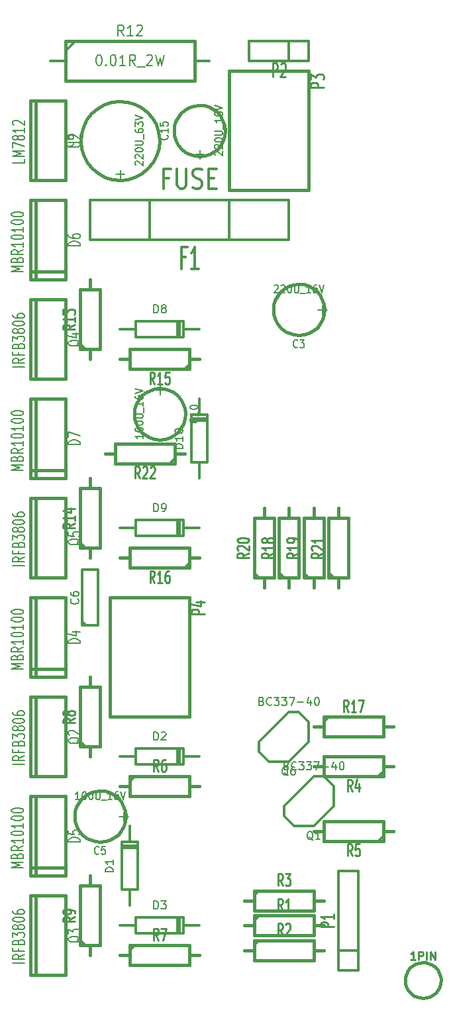
<source format=gto>
G04 (created by PCBNEW-RS274X (2012-apr-16-27)-stable) date Sat 08 Mar 2014 10:36:18 AM EET*
G01*
G70*
G90*
%MOIN*%
G04 Gerber Fmt 3.4, Leading zero omitted, Abs format*
%FSLAX34Y34*%
G04 APERTURE LIST*
%ADD10C,0.006000*%
%ADD11C,0.015000*%
%ADD12C,0.012000*%
%ADD13C,0.012500*%
%ADD14C,0.010000*%
%ADD15C,0.008000*%
%ADD16C,0.010700*%
%ADD17C,0.010600*%
G04 APERTURE END LIST*
G54D10*
G54D11*
X24150Y00000D02*
X24132Y-00174D01*
X24082Y-00342D01*
X23999Y-00498D01*
X23888Y-00634D01*
X23753Y-00746D01*
X23598Y-00829D01*
X23430Y-00881D01*
X23256Y-00899D01*
X23082Y-00884D01*
X22913Y-00834D01*
X22758Y-00753D01*
X22621Y-00643D01*
X22508Y-00508D01*
X22423Y-00354D01*
X22370Y-00187D01*
X22351Y-00012D01*
X22365Y00162D01*
X22414Y00331D01*
X22494Y00487D01*
X22603Y00625D01*
X22737Y00739D01*
X22890Y00824D01*
X23057Y00879D01*
X23232Y00899D01*
X23406Y00886D01*
X23575Y00839D01*
X23732Y00759D01*
X23870Y00651D01*
X23985Y00518D01*
X24072Y00366D01*
X24127Y00199D01*
X24149Y00025D01*
X24150Y00000D01*
G54D12*
X16500Y13500D02*
X15000Y12000D01*
X15000Y12000D02*
X15000Y11500D01*
X15000Y11500D02*
X15500Y11000D01*
X15500Y11000D02*
X16500Y11000D01*
X16500Y11000D02*
X17500Y12000D01*
X17500Y12000D02*
X17500Y13000D01*
X17500Y13000D02*
X17000Y13500D01*
X17000Y13500D02*
X16500Y13500D01*
X17750Y10250D02*
X16250Y08750D01*
X16250Y08750D02*
X16250Y08250D01*
X16250Y08250D02*
X16750Y07750D01*
X16750Y07750D02*
X17750Y07750D01*
X17750Y07750D02*
X18750Y08750D01*
X18750Y08750D02*
X18750Y09750D01*
X18750Y09750D02*
X18250Y10250D01*
X18250Y10250D02*
X17750Y10250D01*
G54D11*
X03750Y40250D02*
X03500Y40250D01*
X03500Y40250D02*
X03500Y44250D01*
X03500Y44250D02*
X03750Y44250D01*
X05250Y40250D02*
X03750Y40250D01*
X03750Y40250D02*
X03750Y44250D01*
X03750Y44250D02*
X05250Y44250D01*
X05250Y44250D02*
X05250Y40250D01*
X03750Y20250D02*
X03500Y20250D01*
X03500Y20250D02*
X03500Y24250D01*
X03500Y24250D02*
X03750Y24250D01*
X05250Y20250D02*
X03750Y20250D01*
X03750Y20250D02*
X03750Y24250D01*
X03750Y24250D02*
X05250Y24250D01*
X05250Y24250D02*
X05250Y20250D01*
X03750Y30250D02*
X03500Y30250D01*
X03500Y30250D02*
X03500Y34250D01*
X03500Y34250D02*
X03750Y34250D01*
X05250Y30250D02*
X03750Y30250D01*
X03750Y30250D02*
X03750Y34250D01*
X03750Y34250D02*
X05250Y34250D01*
X05250Y34250D02*
X05250Y30250D01*
X03750Y00250D02*
X03500Y00250D01*
X03500Y00250D02*
X03500Y04250D01*
X03500Y04250D02*
X03750Y04250D01*
X05250Y00250D02*
X03750Y00250D01*
X03750Y00250D02*
X03750Y04250D01*
X03750Y04250D02*
X05250Y04250D01*
X05250Y04250D02*
X05250Y00250D01*
X03750Y10250D02*
X03500Y10250D01*
X03500Y10250D02*
X03500Y14250D01*
X03500Y14250D02*
X03750Y14250D01*
X05250Y10250D02*
X03750Y10250D01*
X03750Y10250D02*
X03750Y14250D01*
X03750Y14250D02*
X05250Y14250D01*
X05250Y14250D02*
X05250Y10250D01*
X05250Y47250D02*
X05250Y45250D01*
X11750Y47250D02*
X11750Y45250D01*
X11750Y45250D02*
X05250Y45250D01*
X05250Y47250D02*
X11750Y47250D01*
G54D12*
X04500Y46250D02*
X04500Y46250D01*
X04500Y46250D02*
X04500Y46250D01*
X11750Y46250D02*
X12500Y46250D01*
X12500Y46250D02*
X12500Y46250D01*
X05250Y46750D02*
X05750Y47250D01*
X04500Y46250D02*
X05250Y46250D01*
G54D11*
X18250Y10250D02*
X21250Y10250D01*
X21250Y11250D02*
X18250Y11250D01*
X21250Y10750D02*
X21250Y11250D01*
X21750Y10750D02*
X21250Y10750D01*
X21250Y10750D02*
X21250Y10250D01*
X18250Y10750D02*
X18250Y11250D01*
X17750Y10750D02*
X18250Y10750D01*
X18250Y10750D02*
X18250Y10250D01*
G54D12*
X21250Y10500D02*
X21000Y10250D01*
G54D11*
X06000Y14750D02*
X06000Y11750D01*
X07000Y11750D02*
X07000Y14750D01*
X06500Y11750D02*
X07000Y11750D01*
X06500Y11250D02*
X06500Y11750D01*
X06500Y11750D02*
X06000Y11750D01*
X06500Y14750D02*
X07000Y14750D01*
X06500Y15250D02*
X06500Y14750D01*
X06500Y14750D02*
X06000Y14750D01*
G54D12*
X06250Y11750D02*
X06000Y12000D01*
G54D11*
X11500Y01750D02*
X08500Y01750D01*
X08500Y00750D02*
X11500Y00750D01*
X08500Y01250D02*
X08500Y00750D01*
X08000Y01250D02*
X08500Y01250D01*
X08500Y01250D02*
X08500Y01750D01*
X11500Y01250D02*
X11500Y00750D01*
X12000Y01250D02*
X11500Y01250D01*
X11500Y01250D02*
X11500Y01750D01*
G54D12*
X08500Y01500D02*
X08750Y01750D01*
G54D11*
X11500Y10250D02*
X08500Y10250D01*
X08500Y09250D02*
X11500Y09250D01*
X08500Y09750D02*
X08500Y09250D01*
X08000Y09750D02*
X08500Y09750D01*
X08500Y09750D02*
X08500Y10250D01*
X11500Y09750D02*
X11500Y09250D01*
X12000Y09750D02*
X11500Y09750D01*
X11500Y09750D02*
X11500Y10250D01*
G54D12*
X08500Y10000D02*
X08750Y10250D01*
G54D11*
X18250Y07000D02*
X21250Y07000D01*
X21250Y08000D02*
X18250Y08000D01*
X21250Y07500D02*
X21250Y08000D01*
X21750Y07500D02*
X21250Y07500D01*
X21250Y07500D02*
X21250Y07000D01*
X18250Y07500D02*
X18250Y08000D01*
X17750Y07500D02*
X18250Y07500D01*
X18250Y07500D02*
X18250Y07000D01*
G54D12*
X21250Y07250D02*
X21000Y07000D01*
G54D11*
X17750Y04500D02*
X14750Y04500D01*
X14750Y03500D02*
X17750Y03500D01*
X14750Y04000D02*
X14750Y03500D01*
X14250Y04000D02*
X14750Y04000D01*
X14750Y04000D02*
X14750Y04500D01*
X17750Y04000D02*
X17750Y03500D01*
X18250Y04000D02*
X17750Y04000D01*
X17750Y04000D02*
X17750Y04500D01*
G54D12*
X14750Y04250D02*
X15000Y04500D01*
G54D11*
X18500Y23250D02*
X18500Y20250D01*
X19500Y20250D02*
X19500Y23250D01*
X19000Y20250D02*
X19500Y20250D01*
X19000Y19750D02*
X19000Y20250D01*
X19000Y20250D02*
X18500Y20250D01*
X19000Y23250D02*
X19500Y23250D01*
X19000Y23750D02*
X19000Y23250D01*
X19000Y23250D02*
X18500Y23250D01*
G54D12*
X18750Y20250D02*
X18500Y20500D01*
G54D11*
X06000Y04750D02*
X06000Y01750D01*
X07000Y01750D02*
X07000Y04750D01*
X06500Y01750D02*
X07000Y01750D01*
X06500Y01250D02*
X06500Y01750D01*
X06500Y01750D02*
X06000Y01750D01*
X06500Y04750D02*
X07000Y04750D01*
X06500Y05250D02*
X06500Y04750D01*
X06500Y04750D02*
X06000Y04750D01*
G54D12*
X06250Y01750D02*
X06000Y02000D01*
G54D11*
X06000Y34750D02*
X06000Y31750D01*
X07000Y31750D02*
X07000Y34750D01*
X06500Y31750D02*
X07000Y31750D01*
X06500Y31250D02*
X06500Y31750D01*
X06500Y31750D02*
X06000Y31750D01*
X06500Y34750D02*
X07000Y34750D01*
X06500Y35250D02*
X06500Y34750D01*
X06500Y34750D02*
X06000Y34750D01*
G54D12*
X06250Y31750D02*
X06000Y32000D01*
G54D11*
X06000Y24750D02*
X06000Y21750D01*
X07000Y21750D02*
X07000Y24750D01*
X06500Y21750D02*
X07000Y21750D01*
X06500Y21250D02*
X06500Y21750D01*
X06500Y21750D02*
X06000Y21750D01*
X06500Y24750D02*
X07000Y24750D01*
X06500Y25250D02*
X06500Y24750D01*
X06500Y24750D02*
X06000Y24750D01*
G54D12*
X06250Y21750D02*
X06000Y22000D01*
G54D11*
X08500Y30750D02*
X11500Y30750D01*
X11500Y31750D02*
X08500Y31750D01*
X11500Y31250D02*
X11500Y31750D01*
X12000Y31250D02*
X11500Y31250D01*
X11500Y31250D02*
X11500Y30750D01*
X08500Y31250D02*
X08500Y31750D01*
X08000Y31250D02*
X08500Y31250D01*
X08500Y31250D02*
X08500Y30750D01*
G54D12*
X11500Y31000D02*
X11250Y30750D01*
G54D11*
X08500Y20750D02*
X11500Y20750D01*
X11500Y21750D02*
X08500Y21750D01*
X11500Y21250D02*
X11500Y21750D01*
X12000Y21250D02*
X11500Y21250D01*
X11500Y21250D02*
X11500Y20750D01*
X08500Y21250D02*
X08500Y21750D01*
X08000Y21250D02*
X08500Y21250D01*
X08500Y21250D02*
X08500Y20750D01*
G54D12*
X11500Y21000D02*
X11250Y20750D01*
G54D11*
X21250Y13250D02*
X18250Y13250D01*
X18250Y12250D02*
X21250Y12250D01*
X18250Y12750D02*
X18250Y12250D01*
X17750Y12750D02*
X18250Y12750D01*
X18250Y12750D02*
X18250Y13250D01*
X21250Y12750D02*
X21250Y12250D01*
X21750Y12750D02*
X21250Y12750D01*
X21250Y12750D02*
X21250Y13250D01*
G54D12*
X18250Y13000D02*
X18500Y13250D01*
G54D11*
X16000Y23250D02*
X16000Y20250D01*
X17000Y20250D02*
X17000Y23250D01*
X16500Y20250D02*
X17000Y20250D01*
X16500Y19750D02*
X16500Y20250D01*
X16500Y20250D02*
X16000Y20250D01*
X16500Y23250D02*
X17000Y23250D01*
X16500Y23750D02*
X16500Y23250D01*
X16500Y23250D02*
X16000Y23250D01*
G54D12*
X16250Y20250D02*
X16000Y20500D01*
G54D11*
X17250Y23250D02*
X17250Y20250D01*
X18250Y20250D02*
X18250Y23250D01*
X17750Y20250D02*
X18250Y20250D01*
X17750Y19750D02*
X17750Y20250D01*
X17750Y20250D02*
X17250Y20250D01*
X17750Y23250D02*
X18250Y23250D01*
X17750Y23750D02*
X17750Y23250D01*
X17750Y23250D02*
X17250Y23250D01*
G54D12*
X17500Y20250D02*
X17250Y20500D01*
G54D11*
X14750Y23250D02*
X14750Y20250D01*
X15750Y20250D02*
X15750Y23250D01*
X15250Y20250D02*
X15750Y20250D01*
X15250Y19750D02*
X15250Y20250D01*
X15250Y20250D02*
X14750Y20250D01*
X15250Y23250D02*
X15750Y23250D01*
X15250Y23750D02*
X15250Y23250D01*
X15250Y23250D02*
X14750Y23250D01*
G54D12*
X15000Y20250D02*
X14750Y20500D01*
G54D11*
X17750Y03250D02*
X14750Y03250D01*
X14750Y02250D02*
X17750Y02250D01*
X14750Y02750D02*
X14750Y02250D01*
X14250Y02750D02*
X14750Y02750D01*
X14750Y02750D02*
X14750Y03250D01*
X17750Y02750D02*
X17750Y02250D01*
X18250Y02750D02*
X17750Y02750D01*
X17750Y02750D02*
X17750Y03250D01*
G54D12*
X14750Y03000D02*
X15000Y03250D01*
G54D11*
X17750Y02000D02*
X14750Y02000D01*
X14750Y01000D02*
X17750Y01000D01*
X14750Y01500D02*
X14750Y01000D01*
X14250Y01500D02*
X14750Y01500D01*
X14750Y01500D02*
X14750Y02000D01*
X17750Y01500D02*
X17750Y01000D01*
X18250Y01500D02*
X17750Y01500D01*
X17750Y01500D02*
X17750Y02000D01*
G54D12*
X14750Y01750D02*
X15000Y02000D01*
X16500Y37250D02*
X06500Y37250D01*
X06500Y37250D02*
X06500Y39250D01*
X06500Y39250D02*
X16500Y39250D01*
X16500Y39250D02*
X16500Y37250D01*
X13500Y37250D02*
X13500Y39250D01*
X09500Y37250D02*
X09500Y39250D01*
G54D11*
X05250Y15650D02*
X03500Y15650D01*
X03750Y15250D02*
X03500Y15250D01*
X03500Y15250D02*
X03500Y19250D01*
X03500Y19250D02*
X03750Y19250D01*
X05250Y15250D02*
X03750Y15250D01*
X03750Y15250D02*
X03750Y19250D01*
X03750Y19250D02*
X05250Y19250D01*
X05250Y19250D02*
X05250Y15250D01*
X05250Y05650D02*
X03500Y05650D01*
X03750Y05250D02*
X03500Y05250D01*
X03500Y05250D02*
X03500Y09250D01*
X03500Y09250D02*
X03750Y09250D01*
X05250Y05250D02*
X03750Y05250D01*
X03750Y05250D02*
X03750Y09250D01*
X03750Y09250D02*
X05250Y09250D01*
X05250Y09250D02*
X05250Y05250D01*
X05250Y35650D02*
X03500Y35650D01*
X03750Y35250D02*
X03500Y35250D01*
X03500Y35250D02*
X03500Y39250D01*
X03500Y39250D02*
X03750Y39250D01*
X05250Y35250D02*
X03750Y35250D01*
X03750Y35250D02*
X03750Y39250D01*
X03750Y39250D02*
X05250Y39250D01*
X05250Y39250D02*
X05250Y35250D01*
X05250Y25650D02*
X03500Y25650D01*
X03750Y25250D02*
X03500Y25250D01*
X03500Y25250D02*
X03500Y29250D01*
X03500Y29250D02*
X03750Y29250D01*
X05250Y25250D02*
X03750Y25250D01*
X03750Y25250D02*
X03750Y29250D01*
X03750Y29250D02*
X05250Y29250D01*
X05250Y29250D02*
X05250Y25250D01*
G54D13*
X08500Y22750D02*
X08000Y22750D01*
X11500Y22750D02*
X12000Y22750D01*
X11500Y22750D02*
X11200Y22750D01*
G54D12*
X11200Y22750D02*
X11200Y23150D01*
X11200Y23150D02*
X08800Y23150D01*
X08800Y23150D02*
X08800Y22750D01*
X08800Y22750D02*
X08500Y22750D01*
X08800Y22750D02*
X08800Y22350D01*
X08800Y22350D02*
X11200Y22350D01*
X11200Y22350D02*
X11200Y22750D01*
X11000Y23150D02*
X11000Y22350D01*
X10900Y22350D02*
X10900Y23150D01*
G54D13*
X08500Y04250D02*
X08500Y03750D01*
X08500Y07250D02*
X08500Y07750D01*
X08500Y07250D02*
X08500Y06950D01*
G54D12*
X08500Y06950D02*
X08100Y06950D01*
X08100Y06950D02*
X08100Y04550D01*
X08100Y04550D02*
X08500Y04550D01*
X08500Y04550D02*
X08500Y04250D01*
X08500Y04550D02*
X08900Y04550D01*
X08900Y04550D02*
X08900Y06950D01*
X08900Y06950D02*
X08500Y06950D01*
X08100Y06750D02*
X08900Y06750D01*
X08900Y06650D02*
X08100Y06650D01*
G54D13*
X08500Y11250D02*
X08000Y11250D01*
X11500Y11250D02*
X12000Y11250D01*
X11500Y11250D02*
X11200Y11250D01*
G54D12*
X11200Y11250D02*
X11200Y11650D01*
X11200Y11650D02*
X08800Y11650D01*
X08800Y11650D02*
X08800Y11250D01*
X08800Y11250D02*
X08500Y11250D01*
X08800Y11250D02*
X08800Y10850D01*
X08800Y10850D02*
X11200Y10850D01*
X11200Y10850D02*
X11200Y11250D01*
X11000Y11650D02*
X11000Y10850D01*
X10900Y10850D02*
X10900Y11650D01*
G54D13*
X08500Y02750D02*
X08000Y02750D01*
X11500Y02750D02*
X12000Y02750D01*
X11500Y02750D02*
X11200Y02750D01*
G54D12*
X11200Y02750D02*
X11200Y03150D01*
X11200Y03150D02*
X08800Y03150D01*
X08800Y03150D02*
X08800Y02750D01*
X08800Y02750D02*
X08500Y02750D01*
X08800Y02750D02*
X08800Y02350D01*
X08800Y02350D02*
X11200Y02350D01*
X11200Y02350D02*
X11200Y02750D01*
X11000Y03150D02*
X11000Y02350D01*
X10900Y02350D02*
X10900Y03150D01*
G54D13*
X08500Y32750D02*
X08000Y32750D01*
X11500Y32750D02*
X12000Y32750D01*
X11500Y32750D02*
X11200Y32750D01*
G54D12*
X11200Y32750D02*
X11200Y33150D01*
X11200Y33150D02*
X08800Y33150D01*
X08800Y33150D02*
X08800Y32750D01*
X08800Y32750D02*
X08500Y32750D01*
X08800Y32750D02*
X08800Y32350D01*
X08800Y32350D02*
X11200Y32350D01*
X11200Y32350D02*
X11200Y32750D01*
X11000Y33150D02*
X11000Y32350D01*
X10900Y32350D02*
X10900Y33150D01*
G54D13*
X12000Y25750D02*
X12000Y25250D01*
X12000Y28750D02*
X12000Y29250D01*
X12000Y28750D02*
X12000Y28450D01*
G54D12*
X12000Y28450D02*
X11600Y28450D01*
X11600Y28450D02*
X11600Y26050D01*
X11600Y26050D02*
X12000Y26050D01*
X12000Y26050D02*
X12000Y25750D01*
X12000Y26050D02*
X12400Y26050D01*
X12400Y26050D02*
X12400Y28450D01*
X12400Y28450D02*
X12000Y28450D01*
X11600Y28250D02*
X12400Y28250D01*
X12400Y28150D02*
X11600Y28150D01*
X20000Y00500D02*
X19000Y00500D01*
X19000Y00500D02*
X19000Y05500D01*
X19000Y05500D02*
X20000Y05500D01*
X20000Y05500D02*
X20000Y00500D01*
X20000Y01500D02*
X19000Y01500D01*
X17500Y47250D02*
X17500Y46250D01*
X17500Y46250D02*
X14500Y46250D01*
X14500Y46250D02*
X14500Y47250D01*
X14500Y47250D02*
X17500Y47250D01*
X16500Y46250D02*
X16500Y47250D01*
G54D11*
X17500Y45750D02*
X17500Y39750D01*
X17500Y39750D02*
X13500Y39750D01*
X13500Y39750D02*
X13500Y45750D01*
X13500Y45750D02*
X17500Y45750D01*
X11500Y19250D02*
X11500Y13250D01*
X11500Y13250D02*
X07500Y13250D01*
X07500Y13250D02*
X07500Y19250D01*
X07500Y19250D02*
X11500Y19250D01*
X09984Y42250D02*
X09946Y41865D01*
X09834Y41494D01*
X09652Y41153D01*
X09407Y40853D01*
X09109Y40606D01*
X08768Y40422D01*
X08398Y40307D01*
X08013Y40267D01*
X07629Y40302D01*
X07257Y40411D01*
X06914Y40590D01*
X06612Y40833D01*
X06363Y41130D01*
X06177Y41469D01*
X06060Y41838D01*
X06017Y42223D01*
X06049Y42608D01*
X06156Y42980D01*
X06333Y43324D01*
X06573Y43628D01*
X06868Y43879D01*
X07206Y44068D01*
X07574Y44187D01*
X07959Y44233D01*
X08344Y44203D01*
X08717Y44099D01*
X09063Y43925D01*
X09368Y43686D01*
X09621Y43393D01*
X09812Y43056D01*
X09934Y42689D01*
X09983Y42305D01*
X09984Y42250D01*
X18287Y33750D02*
X18262Y33501D01*
X18189Y33260D01*
X18071Y33038D01*
X17913Y32844D01*
X17719Y32684D01*
X17498Y32564D01*
X17258Y32490D01*
X17008Y32464D01*
X16759Y32486D01*
X16518Y32557D01*
X16296Y32674D01*
X16100Y32831D01*
X15939Y33023D01*
X15818Y33243D01*
X15742Y33483D01*
X15714Y33733D01*
X15735Y33982D01*
X15804Y34223D01*
X15919Y34447D01*
X16075Y34644D01*
X16266Y34806D01*
X16485Y34929D01*
X16724Y35006D01*
X16974Y35036D01*
X17223Y35017D01*
X17465Y34949D01*
X17689Y34836D01*
X17887Y34682D01*
X18051Y34491D01*
X18175Y34273D01*
X18255Y34035D01*
X18286Y33785D01*
X18287Y33750D01*
X08287Y08250D02*
X08262Y08001D01*
X08189Y07760D01*
X08071Y07538D01*
X07913Y07344D01*
X07719Y07184D01*
X07498Y07064D01*
X07258Y06990D01*
X07008Y06964D01*
X06759Y06986D01*
X06518Y07057D01*
X06296Y07174D01*
X06100Y07331D01*
X05939Y07523D01*
X05818Y07743D01*
X05742Y07983D01*
X05714Y08233D01*
X05735Y08482D01*
X05804Y08723D01*
X05919Y08947D01*
X06075Y09144D01*
X06266Y09306D01*
X06485Y09429D01*
X06724Y09506D01*
X06974Y09536D01*
X07223Y09517D01*
X07465Y09449D01*
X07689Y09336D01*
X07887Y09182D01*
X08051Y08991D01*
X08175Y08773D01*
X08255Y08535D01*
X08286Y08285D01*
X08287Y08250D01*
X11287Y28500D02*
X11262Y28251D01*
X11189Y28010D01*
X11071Y27788D01*
X10913Y27594D01*
X10719Y27434D01*
X10498Y27314D01*
X10258Y27240D01*
X10008Y27214D01*
X09759Y27236D01*
X09518Y27307D01*
X09296Y27424D01*
X09100Y27581D01*
X08939Y27773D01*
X08818Y27993D01*
X08742Y28233D01*
X08714Y28483D01*
X08735Y28732D01*
X08804Y28973D01*
X08919Y29197D01*
X09075Y29394D01*
X09266Y29556D01*
X09485Y29679D01*
X09724Y29756D01*
X09974Y29786D01*
X10223Y29767D01*
X10465Y29699D01*
X10689Y29586D01*
X10887Y29432D01*
X11051Y29241D01*
X11175Y29023D01*
X11255Y28785D01*
X11286Y28535D01*
X11287Y28500D01*
X13287Y42750D02*
X13262Y42501D01*
X13189Y42260D01*
X13071Y42038D01*
X12913Y41844D01*
X12719Y41684D01*
X12498Y41564D01*
X12258Y41490D01*
X12008Y41464D01*
X11759Y41486D01*
X11518Y41557D01*
X11296Y41674D01*
X11100Y41831D01*
X10939Y42023D01*
X10818Y42243D01*
X10742Y42483D01*
X10714Y42733D01*
X10735Y42982D01*
X10804Y43223D01*
X10919Y43447D01*
X11075Y43644D01*
X11266Y43806D01*
X11485Y43929D01*
X11724Y44006D01*
X11974Y44036D01*
X12223Y44017D01*
X12465Y43949D01*
X12689Y43836D01*
X12887Y43682D01*
X13051Y43491D01*
X13175Y43273D01*
X13255Y43035D01*
X13286Y42785D01*
X13287Y42750D01*
G54D12*
X06100Y17850D02*
X06100Y20650D01*
X06100Y20650D02*
X06900Y20650D01*
X06900Y20650D02*
X06900Y17850D01*
X06900Y17850D02*
X06100Y17850D01*
X06300Y17850D02*
X06100Y18050D01*
G54D11*
X07750Y26000D02*
X10750Y26000D01*
X10750Y27000D02*
X07750Y27000D01*
X10750Y26500D02*
X10750Y27000D01*
X11250Y26500D02*
X10750Y26500D01*
X10750Y26500D02*
X10750Y26000D01*
X07750Y26500D02*
X07750Y27000D01*
X07250Y26500D02*
X07750Y26500D01*
X07750Y26500D02*
X07750Y26000D01*
G54D12*
X10750Y26250D02*
X10500Y26000D01*
G54D14*
X22860Y01038D02*
X22631Y01038D01*
X22745Y01038D02*
X22745Y01438D01*
X22707Y01381D01*
X22669Y01343D01*
X22631Y01324D01*
X23031Y01038D02*
X23031Y01438D01*
X23184Y01438D01*
X23222Y01419D01*
X23241Y01400D01*
X23260Y01362D01*
X23260Y01305D01*
X23241Y01267D01*
X23222Y01248D01*
X23184Y01229D01*
X23031Y01229D01*
X23431Y01038D02*
X23431Y01438D01*
X23621Y01038D02*
X23621Y01438D01*
X23850Y01038D01*
X23850Y01438D01*
G54D15*
X16462Y10300D02*
X16424Y10319D01*
X16386Y10357D01*
X16329Y10414D01*
X16290Y10433D01*
X16252Y10433D01*
X16271Y10338D02*
X16233Y10357D01*
X16195Y10395D01*
X16176Y10471D01*
X16176Y10605D01*
X16195Y10681D01*
X16233Y10719D01*
X16271Y10738D01*
X16348Y10738D01*
X16386Y10719D01*
X16424Y10681D01*
X16443Y10605D01*
X16443Y10471D01*
X16424Y10395D01*
X16386Y10357D01*
X16348Y10338D01*
X16271Y10338D01*
X16786Y10738D02*
X16709Y10738D01*
X16671Y10719D01*
X16652Y10700D01*
X16614Y10643D01*
X16595Y10567D01*
X16595Y10414D01*
X16614Y10376D01*
X16633Y10357D01*
X16671Y10338D01*
X16748Y10338D01*
X16786Y10357D01*
X16805Y10376D01*
X16824Y10414D01*
X16824Y10510D01*
X16805Y10548D01*
X16786Y10567D01*
X16748Y10586D01*
X16671Y10586D01*
X16633Y10567D01*
X16614Y10548D01*
X16595Y10510D01*
X15129Y14048D02*
X15186Y14029D01*
X15205Y14010D01*
X15224Y13971D01*
X15224Y13914D01*
X15205Y13876D01*
X15186Y13857D01*
X15148Y13838D01*
X14995Y13838D01*
X14995Y14238D01*
X15129Y14238D01*
X15167Y14219D01*
X15186Y14200D01*
X15205Y14162D01*
X15205Y14124D01*
X15186Y14086D01*
X15167Y14067D01*
X15129Y14048D01*
X14995Y14048D01*
X15624Y13876D02*
X15605Y13857D01*
X15548Y13838D01*
X15510Y13838D01*
X15452Y13857D01*
X15414Y13895D01*
X15395Y13933D01*
X15376Y14010D01*
X15376Y14067D01*
X15395Y14143D01*
X15414Y14181D01*
X15452Y14219D01*
X15510Y14238D01*
X15548Y14238D01*
X15605Y14219D01*
X15624Y14200D01*
X15757Y14238D02*
X16005Y14238D01*
X15871Y14086D01*
X15929Y14086D01*
X15967Y14067D01*
X15986Y14048D01*
X16005Y14010D01*
X16005Y13914D01*
X15986Y13876D01*
X15967Y13857D01*
X15929Y13838D01*
X15814Y13838D01*
X15776Y13857D01*
X15757Y13876D01*
X16138Y14238D02*
X16386Y14238D01*
X16252Y14086D01*
X16310Y14086D01*
X16348Y14067D01*
X16367Y14048D01*
X16386Y14010D01*
X16386Y13914D01*
X16367Y13876D01*
X16348Y13857D01*
X16310Y13838D01*
X16195Y13838D01*
X16157Y13857D01*
X16138Y13876D01*
X16519Y14238D02*
X16786Y14238D01*
X16614Y13838D01*
X16938Y13990D02*
X17243Y13990D01*
X17605Y14105D02*
X17605Y13838D01*
X17509Y14257D02*
X17414Y13971D01*
X17662Y13971D01*
X17890Y14238D02*
X17929Y14238D01*
X17967Y14219D01*
X17986Y14200D01*
X18005Y14162D01*
X18024Y14086D01*
X18024Y13990D01*
X18005Y13914D01*
X17986Y13876D01*
X17967Y13857D01*
X17929Y13838D01*
X17890Y13838D01*
X17852Y13857D01*
X17833Y13876D01*
X17814Y13914D01*
X17795Y13990D01*
X17795Y14086D01*
X17814Y14162D01*
X17833Y14200D01*
X17852Y14219D01*
X17890Y14238D01*
X17712Y07050D02*
X17674Y07069D01*
X17636Y07107D01*
X17579Y07164D01*
X17540Y07183D01*
X17502Y07183D01*
X17521Y07088D02*
X17483Y07107D01*
X17445Y07145D01*
X17426Y07221D01*
X17426Y07355D01*
X17445Y07431D01*
X17483Y07469D01*
X17521Y07488D01*
X17598Y07488D01*
X17636Y07469D01*
X17674Y07431D01*
X17693Y07355D01*
X17693Y07221D01*
X17674Y07145D01*
X17636Y07107D01*
X17598Y07088D01*
X17521Y07088D01*
X18074Y07088D02*
X17845Y07088D01*
X17959Y07088D02*
X17959Y07488D01*
X17921Y07431D01*
X17883Y07393D01*
X17845Y07374D01*
X16379Y10798D02*
X16436Y10779D01*
X16455Y10760D01*
X16474Y10721D01*
X16474Y10664D01*
X16455Y10626D01*
X16436Y10607D01*
X16398Y10588D01*
X16245Y10588D01*
X16245Y10988D01*
X16379Y10988D01*
X16417Y10969D01*
X16436Y10950D01*
X16455Y10912D01*
X16455Y10874D01*
X16436Y10836D01*
X16417Y10817D01*
X16379Y10798D01*
X16245Y10798D01*
X16874Y10626D02*
X16855Y10607D01*
X16798Y10588D01*
X16760Y10588D01*
X16702Y10607D01*
X16664Y10645D01*
X16645Y10683D01*
X16626Y10760D01*
X16626Y10817D01*
X16645Y10893D01*
X16664Y10931D01*
X16702Y10969D01*
X16760Y10988D01*
X16798Y10988D01*
X16855Y10969D01*
X16874Y10950D01*
X17007Y10988D02*
X17255Y10988D01*
X17121Y10836D01*
X17179Y10836D01*
X17217Y10817D01*
X17236Y10798D01*
X17255Y10760D01*
X17255Y10664D01*
X17236Y10626D01*
X17217Y10607D01*
X17179Y10588D01*
X17064Y10588D01*
X17026Y10607D01*
X17007Y10626D01*
X17388Y10988D02*
X17636Y10988D01*
X17502Y10836D01*
X17560Y10836D01*
X17598Y10817D01*
X17617Y10798D01*
X17636Y10760D01*
X17636Y10664D01*
X17617Y10626D01*
X17598Y10607D01*
X17560Y10588D01*
X17445Y10588D01*
X17407Y10607D01*
X17388Y10626D01*
X17769Y10988D02*
X18036Y10988D01*
X17864Y10588D01*
X18188Y10740D02*
X18493Y10740D01*
X18855Y10855D02*
X18855Y10588D01*
X18759Y11007D02*
X18664Y10721D01*
X18912Y10721D01*
X19140Y10988D02*
X19179Y10988D01*
X19217Y10969D01*
X19236Y10950D01*
X19255Y10912D01*
X19274Y10836D01*
X19274Y10740D01*
X19255Y10664D01*
X19236Y10626D01*
X19217Y10607D01*
X19179Y10588D01*
X19140Y10588D01*
X19102Y10607D01*
X19083Y10626D01*
X19064Y10664D01*
X19045Y10740D01*
X19045Y10836D01*
X19064Y10912D01*
X19083Y10950D01*
X19102Y10969D01*
X19140Y10988D01*
X05393Y41945D02*
X05879Y41945D01*
X05936Y41964D01*
X05964Y41983D01*
X05993Y42021D01*
X05993Y42098D01*
X05964Y42136D01*
X05936Y42155D01*
X05879Y42174D01*
X05393Y42174D01*
X05450Y42345D02*
X05421Y42364D01*
X05393Y42402D01*
X05393Y42498D01*
X05421Y42536D01*
X05450Y42555D01*
X05507Y42574D01*
X05564Y42574D01*
X05650Y42555D01*
X05993Y42326D01*
X05993Y42574D01*
X03193Y41334D02*
X03193Y41143D01*
X02593Y41143D01*
X03193Y41467D02*
X02593Y41467D01*
X03021Y41601D01*
X02593Y41734D01*
X03193Y41734D01*
X02593Y41886D02*
X02593Y42153D01*
X03193Y41981D01*
X02850Y42362D02*
X02821Y42324D01*
X02793Y42305D01*
X02736Y42286D01*
X02707Y42286D01*
X02650Y42305D01*
X02621Y42324D01*
X02593Y42362D01*
X02593Y42439D01*
X02621Y42477D01*
X02650Y42496D01*
X02707Y42515D01*
X02736Y42515D01*
X02793Y42496D01*
X02821Y42477D01*
X02850Y42439D01*
X02850Y42362D01*
X02879Y42324D01*
X02907Y42305D01*
X02964Y42286D01*
X03079Y42286D01*
X03136Y42305D01*
X03164Y42324D01*
X03193Y42362D01*
X03193Y42439D01*
X03164Y42477D01*
X03136Y42496D01*
X03079Y42515D01*
X02964Y42515D01*
X02907Y42496D01*
X02879Y42477D01*
X02850Y42439D01*
X03193Y42896D02*
X03193Y42667D01*
X03193Y42781D02*
X02593Y42781D01*
X02679Y42743D01*
X02736Y42705D01*
X02764Y42667D01*
X02650Y43048D02*
X02621Y43067D01*
X02593Y43105D01*
X02593Y43201D01*
X02621Y43239D01*
X02650Y43258D01*
X02707Y43277D01*
X02764Y43277D01*
X02850Y43258D01*
X03193Y43029D01*
X03193Y43277D01*
X06050Y22212D02*
X06021Y22174D01*
X05964Y22136D01*
X05879Y22079D01*
X05850Y22040D01*
X05850Y22002D01*
X05993Y22021D02*
X05964Y21983D01*
X05907Y21945D01*
X05793Y21926D01*
X05593Y21926D01*
X05479Y21945D01*
X05421Y21983D01*
X05393Y22021D01*
X05393Y22098D01*
X05421Y22136D01*
X05479Y22174D01*
X05593Y22193D01*
X05793Y22193D01*
X05907Y22174D01*
X05964Y22136D01*
X05993Y22098D01*
X05993Y22021D01*
X05393Y22555D02*
X05393Y22364D01*
X05679Y22345D01*
X05650Y22364D01*
X05621Y22402D01*
X05621Y22498D01*
X05650Y22536D01*
X05679Y22555D01*
X05736Y22574D01*
X05879Y22574D01*
X05936Y22555D01*
X05964Y22536D01*
X05993Y22498D01*
X05993Y22402D01*
X05964Y22364D01*
X05936Y22345D01*
X03193Y20867D02*
X02593Y20867D01*
X03193Y21286D02*
X02907Y21152D01*
X03193Y21057D02*
X02593Y21057D01*
X02593Y21210D01*
X02621Y21248D01*
X02650Y21267D01*
X02707Y21286D01*
X02793Y21286D01*
X02850Y21267D01*
X02879Y21248D01*
X02907Y21210D01*
X02907Y21057D01*
X02879Y21591D02*
X02879Y21457D01*
X03193Y21457D02*
X02593Y21457D01*
X02593Y21648D01*
X02879Y21934D02*
X02907Y21991D01*
X02936Y22010D01*
X02993Y22029D01*
X03079Y22029D01*
X03136Y22010D01*
X03164Y21991D01*
X03193Y21953D01*
X03193Y21800D01*
X02593Y21800D01*
X02593Y21934D01*
X02621Y21972D01*
X02650Y21991D01*
X02707Y22010D01*
X02764Y22010D01*
X02821Y21991D01*
X02850Y21972D01*
X02879Y21934D01*
X02879Y21800D01*
X02593Y22162D02*
X02593Y22410D01*
X02821Y22276D01*
X02821Y22334D01*
X02850Y22372D01*
X02879Y22391D01*
X02936Y22410D01*
X03079Y22410D01*
X03136Y22391D01*
X03164Y22372D01*
X03193Y22334D01*
X03193Y22219D01*
X03164Y22181D01*
X03136Y22162D01*
X02850Y22638D02*
X02821Y22600D01*
X02793Y22581D01*
X02736Y22562D01*
X02707Y22562D01*
X02650Y22581D01*
X02621Y22600D01*
X02593Y22638D01*
X02593Y22715D01*
X02621Y22753D01*
X02650Y22772D01*
X02707Y22791D01*
X02736Y22791D01*
X02793Y22772D01*
X02821Y22753D01*
X02850Y22715D01*
X02850Y22638D01*
X02879Y22600D01*
X02907Y22581D01*
X02964Y22562D01*
X03079Y22562D01*
X03136Y22581D01*
X03164Y22600D01*
X03193Y22638D01*
X03193Y22715D01*
X03164Y22753D01*
X03136Y22772D01*
X03079Y22791D01*
X02964Y22791D01*
X02907Y22772D01*
X02879Y22753D01*
X02850Y22715D01*
X02593Y23038D02*
X02593Y23077D01*
X02621Y23115D01*
X02650Y23134D01*
X02707Y23153D01*
X02821Y23172D01*
X02964Y23172D01*
X03079Y23153D01*
X03136Y23134D01*
X03164Y23115D01*
X03193Y23077D01*
X03193Y23038D01*
X03164Y23000D01*
X03136Y22981D01*
X03079Y22962D01*
X02964Y22943D01*
X02821Y22943D01*
X02707Y22962D01*
X02650Y22981D01*
X02621Y23000D01*
X02593Y23038D01*
X02593Y23515D02*
X02593Y23438D01*
X02621Y23400D01*
X02650Y23381D01*
X02736Y23343D01*
X02850Y23324D01*
X03079Y23324D01*
X03136Y23343D01*
X03164Y23362D01*
X03193Y23400D01*
X03193Y23477D01*
X03164Y23515D01*
X03136Y23534D01*
X03079Y23553D01*
X02936Y23553D01*
X02879Y23534D01*
X02850Y23515D01*
X02821Y23477D01*
X02821Y23400D01*
X02850Y23362D01*
X02879Y23343D01*
X02936Y23324D01*
X06050Y32212D02*
X06021Y32174D01*
X05964Y32136D01*
X05879Y32079D01*
X05850Y32040D01*
X05850Y32002D01*
X05993Y32021D02*
X05964Y31983D01*
X05907Y31945D01*
X05793Y31926D01*
X05593Y31926D01*
X05479Y31945D01*
X05421Y31983D01*
X05393Y32021D01*
X05393Y32098D01*
X05421Y32136D01*
X05479Y32174D01*
X05593Y32193D01*
X05793Y32193D01*
X05907Y32174D01*
X05964Y32136D01*
X05993Y32098D01*
X05993Y32021D01*
X05593Y32536D02*
X05993Y32536D01*
X05364Y32440D02*
X05793Y32345D01*
X05793Y32593D01*
X03193Y30867D02*
X02593Y30867D01*
X03193Y31286D02*
X02907Y31152D01*
X03193Y31057D02*
X02593Y31057D01*
X02593Y31210D01*
X02621Y31248D01*
X02650Y31267D01*
X02707Y31286D01*
X02793Y31286D01*
X02850Y31267D01*
X02879Y31248D01*
X02907Y31210D01*
X02907Y31057D01*
X02879Y31591D02*
X02879Y31457D01*
X03193Y31457D02*
X02593Y31457D01*
X02593Y31648D01*
X02879Y31934D02*
X02907Y31991D01*
X02936Y32010D01*
X02993Y32029D01*
X03079Y32029D01*
X03136Y32010D01*
X03164Y31991D01*
X03193Y31953D01*
X03193Y31800D01*
X02593Y31800D01*
X02593Y31934D01*
X02621Y31972D01*
X02650Y31991D01*
X02707Y32010D01*
X02764Y32010D01*
X02821Y31991D01*
X02850Y31972D01*
X02879Y31934D01*
X02879Y31800D01*
X02593Y32162D02*
X02593Y32410D01*
X02821Y32276D01*
X02821Y32334D01*
X02850Y32372D01*
X02879Y32391D01*
X02936Y32410D01*
X03079Y32410D01*
X03136Y32391D01*
X03164Y32372D01*
X03193Y32334D01*
X03193Y32219D01*
X03164Y32181D01*
X03136Y32162D01*
X02850Y32638D02*
X02821Y32600D01*
X02793Y32581D01*
X02736Y32562D01*
X02707Y32562D01*
X02650Y32581D01*
X02621Y32600D01*
X02593Y32638D01*
X02593Y32715D01*
X02621Y32753D01*
X02650Y32772D01*
X02707Y32791D01*
X02736Y32791D01*
X02793Y32772D01*
X02821Y32753D01*
X02850Y32715D01*
X02850Y32638D01*
X02879Y32600D01*
X02907Y32581D01*
X02964Y32562D01*
X03079Y32562D01*
X03136Y32581D01*
X03164Y32600D01*
X03193Y32638D01*
X03193Y32715D01*
X03164Y32753D01*
X03136Y32772D01*
X03079Y32791D01*
X02964Y32791D01*
X02907Y32772D01*
X02879Y32753D01*
X02850Y32715D01*
X02593Y33038D02*
X02593Y33077D01*
X02621Y33115D01*
X02650Y33134D01*
X02707Y33153D01*
X02821Y33172D01*
X02964Y33172D01*
X03079Y33153D01*
X03136Y33134D01*
X03164Y33115D01*
X03193Y33077D01*
X03193Y33038D01*
X03164Y33000D01*
X03136Y32981D01*
X03079Y32962D01*
X02964Y32943D01*
X02821Y32943D01*
X02707Y32962D01*
X02650Y32981D01*
X02621Y33000D01*
X02593Y33038D01*
X02593Y33515D02*
X02593Y33438D01*
X02621Y33400D01*
X02650Y33381D01*
X02736Y33343D01*
X02850Y33324D01*
X03079Y33324D01*
X03136Y33343D01*
X03164Y33362D01*
X03193Y33400D01*
X03193Y33477D01*
X03164Y33515D01*
X03136Y33534D01*
X03079Y33553D01*
X02936Y33553D01*
X02879Y33534D01*
X02850Y33515D01*
X02821Y33477D01*
X02821Y33400D01*
X02850Y33362D01*
X02879Y33343D01*
X02936Y33324D01*
X06050Y02212D02*
X06021Y02174D01*
X05964Y02136D01*
X05879Y02079D01*
X05850Y02040D01*
X05850Y02002D01*
X05993Y02021D02*
X05964Y01983D01*
X05907Y01945D01*
X05793Y01926D01*
X05593Y01926D01*
X05479Y01945D01*
X05421Y01983D01*
X05393Y02021D01*
X05393Y02098D01*
X05421Y02136D01*
X05479Y02174D01*
X05593Y02193D01*
X05793Y02193D01*
X05907Y02174D01*
X05964Y02136D01*
X05993Y02098D01*
X05993Y02021D01*
X05393Y02326D02*
X05393Y02574D01*
X05621Y02440D01*
X05621Y02498D01*
X05650Y02536D01*
X05679Y02555D01*
X05736Y02574D01*
X05879Y02574D01*
X05936Y02555D01*
X05964Y02536D01*
X05993Y02498D01*
X05993Y02383D01*
X05964Y02345D01*
X05936Y02326D01*
X03193Y00867D02*
X02593Y00867D01*
X03193Y01286D02*
X02907Y01152D01*
X03193Y01057D02*
X02593Y01057D01*
X02593Y01210D01*
X02621Y01248D01*
X02650Y01267D01*
X02707Y01286D01*
X02793Y01286D01*
X02850Y01267D01*
X02879Y01248D01*
X02907Y01210D01*
X02907Y01057D01*
X02879Y01591D02*
X02879Y01457D01*
X03193Y01457D02*
X02593Y01457D01*
X02593Y01648D01*
X02879Y01934D02*
X02907Y01991D01*
X02936Y02010D01*
X02993Y02029D01*
X03079Y02029D01*
X03136Y02010D01*
X03164Y01991D01*
X03193Y01953D01*
X03193Y01800D01*
X02593Y01800D01*
X02593Y01934D01*
X02621Y01972D01*
X02650Y01991D01*
X02707Y02010D01*
X02764Y02010D01*
X02821Y01991D01*
X02850Y01972D01*
X02879Y01934D01*
X02879Y01800D01*
X02593Y02162D02*
X02593Y02410D01*
X02821Y02276D01*
X02821Y02334D01*
X02850Y02372D01*
X02879Y02391D01*
X02936Y02410D01*
X03079Y02410D01*
X03136Y02391D01*
X03164Y02372D01*
X03193Y02334D01*
X03193Y02219D01*
X03164Y02181D01*
X03136Y02162D01*
X02850Y02638D02*
X02821Y02600D01*
X02793Y02581D01*
X02736Y02562D01*
X02707Y02562D01*
X02650Y02581D01*
X02621Y02600D01*
X02593Y02638D01*
X02593Y02715D01*
X02621Y02753D01*
X02650Y02772D01*
X02707Y02791D01*
X02736Y02791D01*
X02793Y02772D01*
X02821Y02753D01*
X02850Y02715D01*
X02850Y02638D01*
X02879Y02600D01*
X02907Y02581D01*
X02964Y02562D01*
X03079Y02562D01*
X03136Y02581D01*
X03164Y02600D01*
X03193Y02638D01*
X03193Y02715D01*
X03164Y02753D01*
X03136Y02772D01*
X03079Y02791D01*
X02964Y02791D01*
X02907Y02772D01*
X02879Y02753D01*
X02850Y02715D01*
X02593Y03038D02*
X02593Y03077D01*
X02621Y03115D01*
X02650Y03134D01*
X02707Y03153D01*
X02821Y03172D01*
X02964Y03172D01*
X03079Y03153D01*
X03136Y03134D01*
X03164Y03115D01*
X03193Y03077D01*
X03193Y03038D01*
X03164Y03000D01*
X03136Y02981D01*
X03079Y02962D01*
X02964Y02943D01*
X02821Y02943D01*
X02707Y02962D01*
X02650Y02981D01*
X02621Y03000D01*
X02593Y03038D01*
X02593Y03515D02*
X02593Y03438D01*
X02621Y03400D01*
X02650Y03381D01*
X02736Y03343D01*
X02850Y03324D01*
X03079Y03324D01*
X03136Y03343D01*
X03164Y03362D01*
X03193Y03400D01*
X03193Y03477D01*
X03164Y03515D01*
X03136Y03534D01*
X03079Y03553D01*
X02936Y03553D01*
X02879Y03534D01*
X02850Y03515D01*
X02821Y03477D01*
X02821Y03400D01*
X02850Y03362D01*
X02879Y03343D01*
X02936Y03324D01*
X06050Y12212D02*
X06021Y12174D01*
X05964Y12136D01*
X05879Y12079D01*
X05850Y12040D01*
X05850Y12002D01*
X05993Y12021D02*
X05964Y11983D01*
X05907Y11945D01*
X05793Y11926D01*
X05593Y11926D01*
X05479Y11945D01*
X05421Y11983D01*
X05393Y12021D01*
X05393Y12098D01*
X05421Y12136D01*
X05479Y12174D01*
X05593Y12193D01*
X05793Y12193D01*
X05907Y12174D01*
X05964Y12136D01*
X05993Y12098D01*
X05993Y12021D01*
X05450Y12345D02*
X05421Y12364D01*
X05393Y12402D01*
X05393Y12498D01*
X05421Y12536D01*
X05450Y12555D01*
X05507Y12574D01*
X05564Y12574D01*
X05650Y12555D01*
X05993Y12326D01*
X05993Y12574D01*
X03193Y10867D02*
X02593Y10867D01*
X03193Y11286D02*
X02907Y11152D01*
X03193Y11057D02*
X02593Y11057D01*
X02593Y11210D01*
X02621Y11248D01*
X02650Y11267D01*
X02707Y11286D01*
X02793Y11286D01*
X02850Y11267D01*
X02879Y11248D01*
X02907Y11210D01*
X02907Y11057D01*
X02879Y11591D02*
X02879Y11457D01*
X03193Y11457D02*
X02593Y11457D01*
X02593Y11648D01*
X02879Y11934D02*
X02907Y11991D01*
X02936Y12010D01*
X02993Y12029D01*
X03079Y12029D01*
X03136Y12010D01*
X03164Y11991D01*
X03193Y11953D01*
X03193Y11800D01*
X02593Y11800D01*
X02593Y11934D01*
X02621Y11972D01*
X02650Y11991D01*
X02707Y12010D01*
X02764Y12010D01*
X02821Y11991D01*
X02850Y11972D01*
X02879Y11934D01*
X02879Y11800D01*
X02593Y12162D02*
X02593Y12410D01*
X02821Y12276D01*
X02821Y12334D01*
X02850Y12372D01*
X02879Y12391D01*
X02936Y12410D01*
X03079Y12410D01*
X03136Y12391D01*
X03164Y12372D01*
X03193Y12334D01*
X03193Y12219D01*
X03164Y12181D01*
X03136Y12162D01*
X02850Y12638D02*
X02821Y12600D01*
X02793Y12581D01*
X02736Y12562D01*
X02707Y12562D01*
X02650Y12581D01*
X02621Y12600D01*
X02593Y12638D01*
X02593Y12715D01*
X02621Y12753D01*
X02650Y12772D01*
X02707Y12791D01*
X02736Y12791D01*
X02793Y12772D01*
X02821Y12753D01*
X02850Y12715D01*
X02850Y12638D01*
X02879Y12600D01*
X02907Y12581D01*
X02964Y12562D01*
X03079Y12562D01*
X03136Y12581D01*
X03164Y12600D01*
X03193Y12638D01*
X03193Y12715D01*
X03164Y12753D01*
X03136Y12772D01*
X03079Y12791D01*
X02964Y12791D01*
X02907Y12772D01*
X02879Y12753D01*
X02850Y12715D01*
X02593Y13038D02*
X02593Y13077D01*
X02621Y13115D01*
X02650Y13134D01*
X02707Y13153D01*
X02821Y13172D01*
X02964Y13172D01*
X03079Y13153D01*
X03136Y13134D01*
X03164Y13115D01*
X03193Y13077D01*
X03193Y13038D01*
X03164Y13000D01*
X03136Y12981D01*
X03079Y12962D01*
X02964Y12943D01*
X02821Y12943D01*
X02707Y12962D01*
X02650Y12981D01*
X02621Y13000D01*
X02593Y13038D01*
X02593Y13515D02*
X02593Y13438D01*
X02621Y13400D01*
X02650Y13381D01*
X02736Y13343D01*
X02850Y13324D01*
X03079Y13324D01*
X03136Y13343D01*
X03164Y13362D01*
X03193Y13400D01*
X03193Y13477D01*
X03164Y13515D01*
X03136Y13534D01*
X03079Y13553D01*
X02936Y13553D01*
X02879Y13534D01*
X02850Y13515D01*
X02821Y13477D01*
X02821Y13400D01*
X02850Y13362D01*
X02879Y13343D01*
X02936Y13324D01*
X08179Y47527D02*
X08012Y47789D01*
X07893Y47527D02*
X07893Y48077D01*
X08084Y48077D01*
X08131Y48051D01*
X08155Y48025D01*
X08179Y47973D01*
X08179Y47894D01*
X08155Y47842D01*
X08131Y47815D01*
X08084Y47789D01*
X07893Y47789D01*
X08655Y47527D02*
X08369Y47527D01*
X08512Y47527D02*
X08512Y48077D01*
X08464Y47999D01*
X08417Y47946D01*
X08369Y47920D01*
X08845Y48025D02*
X08869Y48051D01*
X08917Y48077D01*
X09036Y48077D01*
X09083Y48051D01*
X09107Y48025D01*
X09131Y47973D01*
X09131Y47920D01*
X09107Y47842D01*
X08821Y47527D01*
X09131Y47527D01*
X06917Y46577D02*
X06965Y46577D01*
X07013Y46551D01*
X07036Y46525D01*
X07060Y46473D01*
X07084Y46368D01*
X07084Y46237D01*
X07060Y46132D01*
X07036Y46080D01*
X07013Y46054D01*
X06965Y46027D01*
X06917Y46027D01*
X06870Y46054D01*
X06846Y46080D01*
X06822Y46132D01*
X06798Y46237D01*
X06798Y46368D01*
X06822Y46473D01*
X06846Y46525D01*
X06870Y46551D01*
X06917Y46577D01*
X07298Y46080D02*
X07322Y46054D01*
X07298Y46027D01*
X07274Y46054D01*
X07298Y46080D01*
X07298Y46027D01*
X07631Y46577D02*
X07679Y46577D01*
X07727Y46551D01*
X07750Y46525D01*
X07774Y46473D01*
X07798Y46368D01*
X07798Y46237D01*
X07774Y46132D01*
X07750Y46080D01*
X07727Y46054D01*
X07679Y46027D01*
X07631Y46027D01*
X07584Y46054D01*
X07560Y46080D01*
X07536Y46132D01*
X07512Y46237D01*
X07512Y46368D01*
X07536Y46473D01*
X07560Y46525D01*
X07584Y46551D01*
X07631Y46577D01*
X08274Y46027D02*
X07988Y46027D01*
X08131Y46027D02*
X08131Y46577D01*
X08083Y46499D01*
X08036Y46446D01*
X07988Y46420D01*
X08774Y46027D02*
X08607Y46289D01*
X08488Y46027D02*
X08488Y46577D01*
X08679Y46577D01*
X08726Y46551D01*
X08750Y46525D01*
X08774Y46473D01*
X08774Y46394D01*
X08750Y46342D01*
X08726Y46315D01*
X08679Y46289D01*
X08488Y46289D01*
X08869Y45975D02*
X09250Y45975D01*
X09345Y46525D02*
X09369Y46551D01*
X09417Y46577D01*
X09536Y46577D01*
X09583Y46551D01*
X09607Y46525D01*
X09631Y46473D01*
X09631Y46420D01*
X09607Y46342D01*
X09321Y46027D01*
X09631Y46027D01*
X09797Y46577D02*
X09916Y46027D01*
X10012Y46420D01*
X10107Y46027D01*
X10226Y46577D01*
G54D14*
X19684Y09507D02*
X19550Y09793D01*
X19455Y09507D02*
X19455Y10107D01*
X19608Y10107D01*
X19646Y10079D01*
X19665Y10050D01*
X19684Y09993D01*
X19684Y09907D01*
X19665Y09850D01*
X19646Y09821D01*
X19608Y09793D01*
X19455Y09793D01*
X20027Y09907D02*
X20027Y09507D01*
X19931Y10136D02*
X19836Y09707D01*
X20084Y09707D01*
X05743Y13184D02*
X05457Y13050D01*
X05743Y12955D02*
X05143Y12955D01*
X05143Y13108D01*
X05171Y13146D01*
X05200Y13165D01*
X05257Y13184D01*
X05343Y13184D01*
X05400Y13165D01*
X05429Y13146D01*
X05457Y13108D01*
X05457Y12955D01*
X05400Y13412D02*
X05371Y13374D01*
X05343Y13355D01*
X05286Y13336D01*
X05257Y13336D01*
X05200Y13355D01*
X05171Y13374D01*
X05143Y13412D01*
X05143Y13489D01*
X05171Y13527D01*
X05200Y13546D01*
X05257Y13565D01*
X05286Y13565D01*
X05343Y13546D01*
X05371Y13527D01*
X05400Y13489D01*
X05400Y13412D01*
X05429Y13374D01*
X05457Y13355D01*
X05514Y13336D01*
X05629Y13336D01*
X05686Y13355D01*
X05714Y13374D01*
X05743Y13412D01*
X05743Y13489D01*
X05714Y13527D01*
X05686Y13546D01*
X05629Y13565D01*
X05514Y13565D01*
X05457Y13546D01*
X05429Y13527D01*
X05400Y13489D01*
X09934Y02007D02*
X09800Y02293D01*
X09705Y02007D02*
X09705Y02607D01*
X09858Y02607D01*
X09896Y02579D01*
X09915Y02550D01*
X09934Y02493D01*
X09934Y02407D01*
X09915Y02350D01*
X09896Y02321D01*
X09858Y02293D01*
X09705Y02293D01*
X10067Y02607D02*
X10334Y02607D01*
X10162Y02007D01*
X09934Y10507D02*
X09800Y10793D01*
X09705Y10507D02*
X09705Y11107D01*
X09858Y11107D01*
X09896Y11079D01*
X09915Y11050D01*
X09934Y10993D01*
X09934Y10907D01*
X09915Y10850D01*
X09896Y10821D01*
X09858Y10793D01*
X09705Y10793D01*
X10277Y11107D02*
X10200Y11107D01*
X10162Y11079D01*
X10143Y11050D01*
X10105Y10964D01*
X10086Y10850D01*
X10086Y10621D01*
X10105Y10564D01*
X10124Y10536D01*
X10162Y10507D01*
X10239Y10507D01*
X10277Y10536D01*
X10296Y10564D01*
X10315Y10621D01*
X10315Y10764D01*
X10296Y10821D01*
X10277Y10850D01*
X10239Y10879D01*
X10162Y10879D01*
X10124Y10850D01*
X10105Y10821D01*
X10086Y10764D01*
X19684Y06257D02*
X19550Y06543D01*
X19455Y06257D02*
X19455Y06857D01*
X19608Y06857D01*
X19646Y06829D01*
X19665Y06800D01*
X19684Y06743D01*
X19684Y06657D01*
X19665Y06600D01*
X19646Y06571D01*
X19608Y06543D01*
X19455Y06543D01*
X20046Y06857D02*
X19855Y06857D01*
X19836Y06571D01*
X19855Y06600D01*
X19893Y06629D01*
X19989Y06629D01*
X20027Y06600D01*
X20046Y06571D01*
X20065Y06514D01*
X20065Y06371D01*
X20046Y06314D01*
X20027Y06286D01*
X19989Y06257D01*
X19893Y06257D01*
X19855Y06286D01*
X19836Y06314D01*
X16184Y04757D02*
X16050Y05043D01*
X15955Y04757D02*
X15955Y05357D01*
X16108Y05357D01*
X16146Y05329D01*
X16165Y05300D01*
X16184Y05243D01*
X16184Y05157D01*
X16165Y05100D01*
X16146Y05071D01*
X16108Y05043D01*
X15955Y05043D01*
X16317Y05357D02*
X16565Y05357D01*
X16431Y05129D01*
X16489Y05129D01*
X16527Y05100D01*
X16546Y05071D01*
X16565Y05014D01*
X16565Y04871D01*
X16546Y04814D01*
X16527Y04786D01*
X16489Y04757D01*
X16374Y04757D01*
X16336Y04786D01*
X16317Y04814D01*
X18243Y21493D02*
X17957Y21359D01*
X18243Y21264D02*
X17643Y21264D01*
X17643Y21417D01*
X17671Y21455D01*
X17700Y21474D01*
X17757Y21493D01*
X17843Y21493D01*
X17900Y21474D01*
X17929Y21455D01*
X17957Y21417D01*
X17957Y21264D01*
X17700Y21645D02*
X17671Y21664D01*
X17643Y21702D01*
X17643Y21798D01*
X17671Y21836D01*
X17700Y21855D01*
X17757Y21874D01*
X17814Y21874D01*
X17900Y21855D01*
X18243Y21626D01*
X18243Y21874D01*
X18243Y22255D02*
X18243Y22026D01*
X18243Y22140D02*
X17643Y22140D01*
X17729Y22102D01*
X17786Y22064D01*
X17814Y22026D01*
X05743Y03184D02*
X05457Y03050D01*
X05743Y02955D02*
X05143Y02955D01*
X05143Y03108D01*
X05171Y03146D01*
X05200Y03165D01*
X05257Y03184D01*
X05343Y03184D01*
X05400Y03165D01*
X05429Y03146D01*
X05457Y03108D01*
X05457Y02955D01*
X05743Y03374D02*
X05743Y03450D01*
X05714Y03489D01*
X05686Y03508D01*
X05600Y03546D01*
X05486Y03565D01*
X05257Y03565D01*
X05200Y03546D01*
X05171Y03527D01*
X05143Y03489D01*
X05143Y03412D01*
X05171Y03374D01*
X05200Y03355D01*
X05257Y03336D01*
X05400Y03336D01*
X05457Y03355D01*
X05486Y03374D01*
X05514Y03412D01*
X05514Y03489D01*
X05486Y03527D01*
X05457Y03546D01*
X05400Y03565D01*
X05743Y32993D02*
X05457Y32859D01*
X05743Y32764D02*
X05143Y32764D01*
X05143Y32917D01*
X05171Y32955D01*
X05200Y32974D01*
X05257Y32993D01*
X05343Y32993D01*
X05400Y32974D01*
X05429Y32955D01*
X05457Y32917D01*
X05457Y32764D01*
X05743Y33374D02*
X05743Y33145D01*
X05743Y33259D02*
X05143Y33259D01*
X05229Y33221D01*
X05286Y33183D01*
X05314Y33145D01*
X05143Y33507D02*
X05143Y33755D01*
X05371Y33621D01*
X05371Y33679D01*
X05400Y33717D01*
X05429Y33736D01*
X05486Y33755D01*
X05629Y33755D01*
X05686Y33736D01*
X05714Y33717D01*
X05743Y33679D01*
X05743Y33564D01*
X05714Y33526D01*
X05686Y33507D01*
X05743Y22993D02*
X05457Y22859D01*
X05743Y22764D02*
X05143Y22764D01*
X05143Y22917D01*
X05171Y22955D01*
X05200Y22974D01*
X05257Y22993D01*
X05343Y22993D01*
X05400Y22974D01*
X05429Y22955D01*
X05457Y22917D01*
X05457Y22764D01*
X05743Y23374D02*
X05743Y23145D01*
X05743Y23259D02*
X05143Y23259D01*
X05229Y23221D01*
X05286Y23183D01*
X05314Y23145D01*
X05343Y23717D02*
X05743Y23717D01*
X05114Y23621D02*
X05543Y23526D01*
X05543Y23774D01*
X09743Y30007D02*
X09609Y30293D01*
X09514Y30007D02*
X09514Y30607D01*
X09667Y30607D01*
X09705Y30579D01*
X09724Y30550D01*
X09743Y30493D01*
X09743Y30407D01*
X09724Y30350D01*
X09705Y30321D01*
X09667Y30293D01*
X09514Y30293D01*
X10124Y30007D02*
X09895Y30007D01*
X10009Y30007D02*
X10009Y30607D01*
X09971Y30521D01*
X09933Y30464D01*
X09895Y30436D01*
X10486Y30607D02*
X10295Y30607D01*
X10276Y30321D01*
X10295Y30350D01*
X10333Y30379D01*
X10429Y30379D01*
X10467Y30350D01*
X10486Y30321D01*
X10505Y30264D01*
X10505Y30121D01*
X10486Y30064D01*
X10467Y30036D01*
X10429Y30007D01*
X10333Y30007D01*
X10295Y30036D01*
X10276Y30064D01*
X09743Y20007D02*
X09609Y20293D01*
X09514Y20007D02*
X09514Y20607D01*
X09667Y20607D01*
X09705Y20579D01*
X09724Y20550D01*
X09743Y20493D01*
X09743Y20407D01*
X09724Y20350D01*
X09705Y20321D01*
X09667Y20293D01*
X09514Y20293D01*
X10124Y20007D02*
X09895Y20007D01*
X10009Y20007D02*
X10009Y20607D01*
X09971Y20521D01*
X09933Y20464D01*
X09895Y20436D01*
X10467Y20607D02*
X10390Y20607D01*
X10352Y20579D01*
X10333Y20550D01*
X10295Y20464D01*
X10276Y20350D01*
X10276Y20121D01*
X10295Y20064D01*
X10314Y20036D01*
X10352Y20007D01*
X10429Y20007D01*
X10467Y20036D01*
X10486Y20064D01*
X10505Y20121D01*
X10505Y20264D01*
X10486Y20321D01*
X10467Y20350D01*
X10429Y20379D01*
X10352Y20379D01*
X10314Y20350D01*
X10295Y20321D01*
X10276Y20264D01*
X19493Y13507D02*
X19359Y13793D01*
X19264Y13507D02*
X19264Y14107D01*
X19417Y14107D01*
X19455Y14079D01*
X19474Y14050D01*
X19493Y13993D01*
X19493Y13907D01*
X19474Y13850D01*
X19455Y13821D01*
X19417Y13793D01*
X19264Y13793D01*
X19874Y13507D02*
X19645Y13507D01*
X19759Y13507D02*
X19759Y14107D01*
X19721Y14021D01*
X19683Y13964D01*
X19645Y13936D01*
X20007Y14107D02*
X20274Y14107D01*
X20102Y13507D01*
X15743Y21493D02*
X15457Y21359D01*
X15743Y21264D02*
X15143Y21264D01*
X15143Y21417D01*
X15171Y21455D01*
X15200Y21474D01*
X15257Y21493D01*
X15343Y21493D01*
X15400Y21474D01*
X15429Y21455D01*
X15457Y21417D01*
X15457Y21264D01*
X15743Y21874D02*
X15743Y21645D01*
X15743Y21759D02*
X15143Y21759D01*
X15229Y21721D01*
X15286Y21683D01*
X15314Y21645D01*
X15400Y22102D02*
X15371Y22064D01*
X15343Y22045D01*
X15286Y22026D01*
X15257Y22026D01*
X15200Y22045D01*
X15171Y22064D01*
X15143Y22102D01*
X15143Y22179D01*
X15171Y22217D01*
X15200Y22236D01*
X15257Y22255D01*
X15286Y22255D01*
X15343Y22236D01*
X15371Y22217D01*
X15400Y22179D01*
X15400Y22102D01*
X15429Y22064D01*
X15457Y22045D01*
X15514Y22026D01*
X15629Y22026D01*
X15686Y22045D01*
X15714Y22064D01*
X15743Y22102D01*
X15743Y22179D01*
X15714Y22217D01*
X15686Y22236D01*
X15629Y22255D01*
X15514Y22255D01*
X15457Y22236D01*
X15429Y22217D01*
X15400Y22179D01*
X16993Y21493D02*
X16707Y21359D01*
X16993Y21264D02*
X16393Y21264D01*
X16393Y21417D01*
X16421Y21455D01*
X16450Y21474D01*
X16507Y21493D01*
X16593Y21493D01*
X16650Y21474D01*
X16679Y21455D01*
X16707Y21417D01*
X16707Y21264D01*
X16993Y21874D02*
X16993Y21645D01*
X16993Y21759D02*
X16393Y21759D01*
X16479Y21721D01*
X16536Y21683D01*
X16564Y21645D01*
X16993Y22064D02*
X16993Y22140D01*
X16964Y22179D01*
X16936Y22198D01*
X16850Y22236D01*
X16736Y22255D01*
X16507Y22255D01*
X16450Y22236D01*
X16421Y22217D01*
X16393Y22179D01*
X16393Y22102D01*
X16421Y22064D01*
X16450Y22045D01*
X16507Y22026D01*
X16650Y22026D01*
X16707Y22045D01*
X16736Y22064D01*
X16764Y22102D01*
X16764Y22179D01*
X16736Y22217D01*
X16707Y22236D01*
X16650Y22255D01*
X14493Y21493D02*
X14207Y21359D01*
X14493Y21264D02*
X13893Y21264D01*
X13893Y21417D01*
X13921Y21455D01*
X13950Y21474D01*
X14007Y21493D01*
X14093Y21493D01*
X14150Y21474D01*
X14179Y21455D01*
X14207Y21417D01*
X14207Y21264D01*
X13950Y21645D02*
X13921Y21664D01*
X13893Y21702D01*
X13893Y21798D01*
X13921Y21836D01*
X13950Y21855D01*
X14007Y21874D01*
X14064Y21874D01*
X14150Y21855D01*
X14493Y21626D01*
X14493Y21874D01*
X13893Y22121D02*
X13893Y22160D01*
X13921Y22198D01*
X13950Y22217D01*
X14007Y22236D01*
X14121Y22255D01*
X14264Y22255D01*
X14379Y22236D01*
X14436Y22217D01*
X14464Y22198D01*
X14493Y22160D01*
X14493Y22121D01*
X14464Y22083D01*
X14436Y22064D01*
X14379Y22045D01*
X14264Y22026D01*
X14121Y22026D01*
X14007Y22045D01*
X13950Y22064D01*
X13921Y22083D01*
X13893Y22121D01*
X16184Y03507D02*
X16050Y03793D01*
X15955Y03507D02*
X15955Y04107D01*
X16108Y04107D01*
X16146Y04079D01*
X16165Y04050D01*
X16184Y03993D01*
X16184Y03907D01*
X16165Y03850D01*
X16146Y03821D01*
X16108Y03793D01*
X15955Y03793D01*
X16565Y03507D02*
X16336Y03507D01*
X16450Y03507D02*
X16450Y04107D01*
X16412Y04021D01*
X16374Y03964D01*
X16336Y03936D01*
X16184Y02257D02*
X16050Y02543D01*
X15955Y02257D02*
X15955Y02857D01*
X16108Y02857D01*
X16146Y02829D01*
X16165Y02800D01*
X16184Y02743D01*
X16184Y02657D01*
X16165Y02600D01*
X16146Y02571D01*
X16108Y02543D01*
X15955Y02543D01*
X16336Y02800D02*
X16355Y02829D01*
X16393Y02857D01*
X16489Y02857D01*
X16527Y02829D01*
X16546Y02800D01*
X16565Y02743D01*
X16565Y02686D01*
X16546Y02600D01*
X16317Y02257D01*
X16565Y02257D01*
G54D12*
X11291Y36383D02*
X11082Y36383D01*
X11082Y35798D02*
X11082Y36914D01*
X11381Y36914D01*
X11948Y35798D02*
X11590Y35798D01*
X11769Y35798D02*
X11769Y36914D01*
X11709Y36755D01*
X11649Y36649D01*
X11590Y36595D01*
X10452Y40369D02*
X10185Y40369D01*
X10185Y39845D02*
X10185Y40845D01*
X10566Y40845D01*
X10871Y40845D02*
X10871Y40036D01*
X10910Y39940D01*
X10948Y39893D01*
X11024Y39845D01*
X11176Y39845D01*
X11252Y39893D01*
X11291Y39940D01*
X11329Y40036D01*
X11329Y40845D01*
X11671Y39893D02*
X11786Y39845D01*
X11976Y39845D01*
X12052Y39893D01*
X12090Y39940D01*
X12129Y40036D01*
X12129Y40131D01*
X12090Y40226D01*
X12052Y40274D01*
X11976Y40321D01*
X11824Y40369D01*
X11748Y40417D01*
X11709Y40464D01*
X11671Y40560D01*
X11671Y40655D01*
X11709Y40750D01*
X11748Y40798D01*
X11824Y40845D01*
X12014Y40845D01*
X12129Y40798D01*
X12471Y40369D02*
X12738Y40369D01*
X12852Y39845D02*
X12471Y39845D01*
X12471Y40845D01*
X12852Y40845D01*
G54D15*
X05993Y16955D02*
X05393Y16955D01*
X05393Y17050D01*
X05421Y17108D01*
X05479Y17146D01*
X05536Y17165D01*
X05650Y17184D01*
X05736Y17184D01*
X05850Y17165D01*
X05907Y17146D01*
X05964Y17108D01*
X05993Y17050D01*
X05993Y16955D01*
X05593Y17527D02*
X05993Y17527D01*
X05364Y17431D02*
X05793Y17336D01*
X05793Y17584D01*
X03143Y15664D02*
X02543Y15664D01*
X02971Y15798D01*
X02543Y15931D01*
X03143Y15931D01*
X02829Y16255D02*
X02857Y16312D01*
X02886Y16331D01*
X02943Y16350D01*
X03029Y16350D01*
X03086Y16331D01*
X03114Y16312D01*
X03143Y16274D01*
X03143Y16121D01*
X02543Y16121D01*
X02543Y16255D01*
X02571Y16293D01*
X02600Y16312D01*
X02657Y16331D01*
X02714Y16331D01*
X02771Y16312D01*
X02800Y16293D01*
X02829Y16255D01*
X02829Y16121D01*
X03143Y16750D02*
X02857Y16616D01*
X03143Y16521D02*
X02543Y16521D01*
X02543Y16674D01*
X02571Y16712D01*
X02600Y16731D01*
X02657Y16750D01*
X02743Y16750D01*
X02800Y16731D01*
X02829Y16712D01*
X02857Y16674D01*
X02857Y16521D01*
X03143Y17131D02*
X03143Y16902D01*
X03143Y17016D02*
X02543Y17016D01*
X02629Y16978D01*
X02686Y16940D01*
X02714Y16902D01*
X02543Y17378D02*
X02543Y17417D01*
X02571Y17455D01*
X02600Y17474D01*
X02657Y17493D01*
X02771Y17512D01*
X02914Y17512D01*
X03029Y17493D01*
X03086Y17474D01*
X03114Y17455D01*
X03143Y17417D01*
X03143Y17378D01*
X03114Y17340D01*
X03086Y17321D01*
X03029Y17302D01*
X02914Y17283D01*
X02771Y17283D01*
X02657Y17302D01*
X02600Y17321D01*
X02571Y17340D01*
X02543Y17378D01*
X03143Y17893D02*
X03143Y17664D01*
X03143Y17778D02*
X02543Y17778D01*
X02629Y17740D01*
X02686Y17702D01*
X02714Y17664D01*
X02543Y18140D02*
X02543Y18179D01*
X02571Y18217D01*
X02600Y18236D01*
X02657Y18255D01*
X02771Y18274D01*
X02914Y18274D01*
X03029Y18255D01*
X03086Y18236D01*
X03114Y18217D01*
X03143Y18179D01*
X03143Y18140D01*
X03114Y18102D01*
X03086Y18083D01*
X03029Y18064D01*
X02914Y18045D01*
X02771Y18045D01*
X02657Y18064D01*
X02600Y18083D01*
X02571Y18102D01*
X02543Y18140D01*
X02543Y18521D02*
X02543Y18560D01*
X02571Y18598D01*
X02600Y18617D01*
X02657Y18636D01*
X02771Y18655D01*
X02914Y18655D01*
X03029Y18636D01*
X03086Y18617D01*
X03114Y18598D01*
X03143Y18560D01*
X03143Y18521D01*
X03114Y18483D01*
X03086Y18464D01*
X03029Y18445D01*
X02914Y18426D01*
X02771Y18426D01*
X02657Y18445D01*
X02600Y18464D01*
X02571Y18483D01*
X02543Y18521D01*
X05993Y06955D02*
X05393Y06955D01*
X05393Y07050D01*
X05421Y07108D01*
X05479Y07146D01*
X05536Y07165D01*
X05650Y07184D01*
X05736Y07184D01*
X05850Y07165D01*
X05907Y07146D01*
X05964Y07108D01*
X05993Y07050D01*
X05993Y06955D01*
X05393Y07546D02*
X05393Y07355D01*
X05679Y07336D01*
X05650Y07355D01*
X05621Y07393D01*
X05621Y07489D01*
X05650Y07527D01*
X05679Y07546D01*
X05736Y07565D01*
X05879Y07565D01*
X05936Y07546D01*
X05964Y07527D01*
X05993Y07489D01*
X05993Y07393D01*
X05964Y07355D01*
X05936Y07336D01*
X03143Y05664D02*
X02543Y05664D01*
X02971Y05798D01*
X02543Y05931D01*
X03143Y05931D01*
X02829Y06255D02*
X02857Y06312D01*
X02886Y06331D01*
X02943Y06350D01*
X03029Y06350D01*
X03086Y06331D01*
X03114Y06312D01*
X03143Y06274D01*
X03143Y06121D01*
X02543Y06121D01*
X02543Y06255D01*
X02571Y06293D01*
X02600Y06312D01*
X02657Y06331D01*
X02714Y06331D01*
X02771Y06312D01*
X02800Y06293D01*
X02829Y06255D01*
X02829Y06121D01*
X03143Y06750D02*
X02857Y06616D01*
X03143Y06521D02*
X02543Y06521D01*
X02543Y06674D01*
X02571Y06712D01*
X02600Y06731D01*
X02657Y06750D01*
X02743Y06750D01*
X02800Y06731D01*
X02829Y06712D01*
X02857Y06674D01*
X02857Y06521D01*
X03143Y07131D02*
X03143Y06902D01*
X03143Y07016D02*
X02543Y07016D01*
X02629Y06978D01*
X02686Y06940D01*
X02714Y06902D01*
X02543Y07378D02*
X02543Y07417D01*
X02571Y07455D01*
X02600Y07474D01*
X02657Y07493D01*
X02771Y07512D01*
X02914Y07512D01*
X03029Y07493D01*
X03086Y07474D01*
X03114Y07455D01*
X03143Y07417D01*
X03143Y07378D01*
X03114Y07340D01*
X03086Y07321D01*
X03029Y07302D01*
X02914Y07283D01*
X02771Y07283D01*
X02657Y07302D01*
X02600Y07321D01*
X02571Y07340D01*
X02543Y07378D01*
X03143Y07893D02*
X03143Y07664D01*
X03143Y07778D02*
X02543Y07778D01*
X02629Y07740D01*
X02686Y07702D01*
X02714Y07664D01*
X02543Y08140D02*
X02543Y08179D01*
X02571Y08217D01*
X02600Y08236D01*
X02657Y08255D01*
X02771Y08274D01*
X02914Y08274D01*
X03029Y08255D01*
X03086Y08236D01*
X03114Y08217D01*
X03143Y08179D01*
X03143Y08140D01*
X03114Y08102D01*
X03086Y08083D01*
X03029Y08064D01*
X02914Y08045D01*
X02771Y08045D01*
X02657Y08064D01*
X02600Y08083D01*
X02571Y08102D01*
X02543Y08140D01*
X02543Y08521D02*
X02543Y08560D01*
X02571Y08598D01*
X02600Y08617D01*
X02657Y08636D01*
X02771Y08655D01*
X02914Y08655D01*
X03029Y08636D01*
X03086Y08617D01*
X03114Y08598D01*
X03143Y08560D01*
X03143Y08521D01*
X03114Y08483D01*
X03086Y08464D01*
X03029Y08445D01*
X02914Y08426D01*
X02771Y08426D01*
X02657Y08445D01*
X02600Y08464D01*
X02571Y08483D01*
X02543Y08521D01*
X05993Y36955D02*
X05393Y36955D01*
X05393Y37050D01*
X05421Y37108D01*
X05479Y37146D01*
X05536Y37165D01*
X05650Y37184D01*
X05736Y37184D01*
X05850Y37165D01*
X05907Y37146D01*
X05964Y37108D01*
X05993Y37050D01*
X05993Y36955D01*
X05393Y37527D02*
X05393Y37450D01*
X05421Y37412D01*
X05450Y37393D01*
X05536Y37355D01*
X05650Y37336D01*
X05879Y37336D01*
X05936Y37355D01*
X05964Y37374D01*
X05993Y37412D01*
X05993Y37489D01*
X05964Y37527D01*
X05936Y37546D01*
X05879Y37565D01*
X05736Y37565D01*
X05679Y37546D01*
X05650Y37527D01*
X05621Y37489D01*
X05621Y37412D01*
X05650Y37374D01*
X05679Y37355D01*
X05736Y37336D01*
X03143Y35664D02*
X02543Y35664D01*
X02971Y35798D01*
X02543Y35931D01*
X03143Y35931D01*
X02829Y36255D02*
X02857Y36312D01*
X02886Y36331D01*
X02943Y36350D01*
X03029Y36350D01*
X03086Y36331D01*
X03114Y36312D01*
X03143Y36274D01*
X03143Y36121D01*
X02543Y36121D01*
X02543Y36255D01*
X02571Y36293D01*
X02600Y36312D01*
X02657Y36331D01*
X02714Y36331D01*
X02771Y36312D01*
X02800Y36293D01*
X02829Y36255D01*
X02829Y36121D01*
X03143Y36750D02*
X02857Y36616D01*
X03143Y36521D02*
X02543Y36521D01*
X02543Y36674D01*
X02571Y36712D01*
X02600Y36731D01*
X02657Y36750D01*
X02743Y36750D01*
X02800Y36731D01*
X02829Y36712D01*
X02857Y36674D01*
X02857Y36521D01*
X03143Y37131D02*
X03143Y36902D01*
X03143Y37016D02*
X02543Y37016D01*
X02629Y36978D01*
X02686Y36940D01*
X02714Y36902D01*
X02543Y37378D02*
X02543Y37417D01*
X02571Y37455D01*
X02600Y37474D01*
X02657Y37493D01*
X02771Y37512D01*
X02914Y37512D01*
X03029Y37493D01*
X03086Y37474D01*
X03114Y37455D01*
X03143Y37417D01*
X03143Y37378D01*
X03114Y37340D01*
X03086Y37321D01*
X03029Y37302D01*
X02914Y37283D01*
X02771Y37283D01*
X02657Y37302D01*
X02600Y37321D01*
X02571Y37340D01*
X02543Y37378D01*
X03143Y37893D02*
X03143Y37664D01*
X03143Y37778D02*
X02543Y37778D01*
X02629Y37740D01*
X02686Y37702D01*
X02714Y37664D01*
X02543Y38140D02*
X02543Y38179D01*
X02571Y38217D01*
X02600Y38236D01*
X02657Y38255D01*
X02771Y38274D01*
X02914Y38274D01*
X03029Y38255D01*
X03086Y38236D01*
X03114Y38217D01*
X03143Y38179D01*
X03143Y38140D01*
X03114Y38102D01*
X03086Y38083D01*
X03029Y38064D01*
X02914Y38045D01*
X02771Y38045D01*
X02657Y38064D01*
X02600Y38083D01*
X02571Y38102D01*
X02543Y38140D01*
X02543Y38521D02*
X02543Y38560D01*
X02571Y38598D01*
X02600Y38617D01*
X02657Y38636D01*
X02771Y38655D01*
X02914Y38655D01*
X03029Y38636D01*
X03086Y38617D01*
X03114Y38598D01*
X03143Y38560D01*
X03143Y38521D01*
X03114Y38483D01*
X03086Y38464D01*
X03029Y38445D01*
X02914Y38426D01*
X02771Y38426D01*
X02657Y38445D01*
X02600Y38464D01*
X02571Y38483D01*
X02543Y38521D01*
X05993Y26955D02*
X05393Y26955D01*
X05393Y27050D01*
X05421Y27108D01*
X05479Y27146D01*
X05536Y27165D01*
X05650Y27184D01*
X05736Y27184D01*
X05850Y27165D01*
X05907Y27146D01*
X05964Y27108D01*
X05993Y27050D01*
X05993Y26955D01*
X05393Y27317D02*
X05393Y27584D01*
X05993Y27412D01*
X03143Y25664D02*
X02543Y25664D01*
X02971Y25798D01*
X02543Y25931D01*
X03143Y25931D01*
X02829Y26255D02*
X02857Y26312D01*
X02886Y26331D01*
X02943Y26350D01*
X03029Y26350D01*
X03086Y26331D01*
X03114Y26312D01*
X03143Y26274D01*
X03143Y26121D01*
X02543Y26121D01*
X02543Y26255D01*
X02571Y26293D01*
X02600Y26312D01*
X02657Y26331D01*
X02714Y26331D01*
X02771Y26312D01*
X02800Y26293D01*
X02829Y26255D01*
X02829Y26121D01*
X03143Y26750D02*
X02857Y26616D01*
X03143Y26521D02*
X02543Y26521D01*
X02543Y26674D01*
X02571Y26712D01*
X02600Y26731D01*
X02657Y26750D01*
X02743Y26750D01*
X02800Y26731D01*
X02829Y26712D01*
X02857Y26674D01*
X02857Y26521D01*
X03143Y27131D02*
X03143Y26902D01*
X03143Y27016D02*
X02543Y27016D01*
X02629Y26978D01*
X02686Y26940D01*
X02714Y26902D01*
X02543Y27378D02*
X02543Y27417D01*
X02571Y27455D01*
X02600Y27474D01*
X02657Y27493D01*
X02771Y27512D01*
X02914Y27512D01*
X03029Y27493D01*
X03086Y27474D01*
X03114Y27455D01*
X03143Y27417D01*
X03143Y27378D01*
X03114Y27340D01*
X03086Y27321D01*
X03029Y27302D01*
X02914Y27283D01*
X02771Y27283D01*
X02657Y27302D01*
X02600Y27321D01*
X02571Y27340D01*
X02543Y27378D01*
X03143Y27893D02*
X03143Y27664D01*
X03143Y27778D02*
X02543Y27778D01*
X02629Y27740D01*
X02686Y27702D01*
X02714Y27664D01*
X02543Y28140D02*
X02543Y28179D01*
X02571Y28217D01*
X02600Y28236D01*
X02657Y28255D01*
X02771Y28274D01*
X02914Y28274D01*
X03029Y28255D01*
X03086Y28236D01*
X03114Y28217D01*
X03143Y28179D01*
X03143Y28140D01*
X03114Y28102D01*
X03086Y28083D01*
X03029Y28064D01*
X02914Y28045D01*
X02771Y28045D01*
X02657Y28064D01*
X02600Y28083D01*
X02571Y28102D01*
X02543Y28140D01*
X02543Y28521D02*
X02543Y28560D01*
X02571Y28598D01*
X02600Y28617D01*
X02657Y28636D01*
X02771Y28655D01*
X02914Y28655D01*
X03029Y28636D01*
X03086Y28617D01*
X03114Y28598D01*
X03143Y28560D01*
X03143Y28521D01*
X03114Y28483D01*
X03086Y28464D01*
X03029Y28445D01*
X02914Y28426D01*
X02771Y28426D01*
X02657Y28445D01*
X02600Y28464D01*
X02571Y28483D01*
X02543Y28521D01*
X09705Y23588D02*
X09705Y23988D01*
X09800Y23988D01*
X09858Y23969D01*
X09896Y23931D01*
X09915Y23893D01*
X09934Y23817D01*
X09934Y23760D01*
X09915Y23683D01*
X09896Y23645D01*
X09858Y23607D01*
X09800Y23588D01*
X09705Y23588D01*
X10124Y23588D02*
X10200Y23588D01*
X10239Y23607D01*
X10258Y23626D01*
X10296Y23683D01*
X10315Y23760D01*
X10315Y23912D01*
X10296Y23950D01*
X10277Y23969D01*
X10239Y23988D01*
X10162Y23988D01*
X10124Y23969D01*
X10105Y23950D01*
X10086Y23912D01*
X10086Y23817D01*
X10105Y23779D01*
X10124Y23760D01*
X10162Y23740D01*
X10239Y23740D01*
X10277Y23760D01*
X10296Y23779D01*
X10315Y23817D01*
X07662Y05455D02*
X07262Y05455D01*
X07262Y05550D01*
X07281Y05608D01*
X07319Y05646D01*
X07357Y05665D01*
X07433Y05684D01*
X07490Y05684D01*
X07567Y05665D01*
X07605Y05646D01*
X07643Y05608D01*
X07662Y05550D01*
X07662Y05455D01*
X07662Y06065D02*
X07662Y05836D01*
X07662Y05950D02*
X07262Y05950D01*
X07319Y05912D01*
X07357Y05874D01*
X07376Y05836D01*
X09705Y12088D02*
X09705Y12488D01*
X09800Y12488D01*
X09858Y12469D01*
X09896Y12431D01*
X09915Y12393D01*
X09934Y12317D01*
X09934Y12260D01*
X09915Y12183D01*
X09896Y12145D01*
X09858Y12107D01*
X09800Y12088D01*
X09705Y12088D01*
X10086Y12450D02*
X10105Y12469D01*
X10143Y12488D01*
X10239Y12488D01*
X10277Y12469D01*
X10296Y12450D01*
X10315Y12412D01*
X10315Y12374D01*
X10296Y12317D01*
X10067Y12088D01*
X10315Y12088D01*
X09705Y03588D02*
X09705Y03988D01*
X09800Y03988D01*
X09858Y03969D01*
X09896Y03931D01*
X09915Y03893D01*
X09934Y03817D01*
X09934Y03760D01*
X09915Y03683D01*
X09896Y03645D01*
X09858Y03607D01*
X09800Y03588D01*
X09705Y03588D01*
X10067Y03988D02*
X10315Y03988D01*
X10181Y03836D01*
X10239Y03836D01*
X10277Y03817D01*
X10296Y03798D01*
X10315Y03760D01*
X10315Y03664D01*
X10296Y03626D01*
X10277Y03607D01*
X10239Y03588D01*
X10124Y03588D01*
X10086Y03607D01*
X10067Y03626D01*
X09705Y33588D02*
X09705Y33988D01*
X09800Y33988D01*
X09858Y33969D01*
X09896Y33931D01*
X09915Y33893D01*
X09934Y33817D01*
X09934Y33760D01*
X09915Y33683D01*
X09896Y33645D01*
X09858Y33607D01*
X09800Y33588D01*
X09705Y33588D01*
X10162Y33817D02*
X10124Y33836D01*
X10105Y33855D01*
X10086Y33893D01*
X10086Y33912D01*
X10105Y33950D01*
X10124Y33969D01*
X10162Y33988D01*
X10239Y33988D01*
X10277Y33969D01*
X10296Y33950D01*
X10315Y33912D01*
X10315Y33893D01*
X10296Y33855D01*
X10277Y33836D01*
X10239Y33817D01*
X10162Y33817D01*
X10124Y33798D01*
X10105Y33779D01*
X10086Y33740D01*
X10086Y33664D01*
X10105Y33626D01*
X10124Y33607D01*
X10162Y33588D01*
X10239Y33588D01*
X10277Y33607D01*
X10296Y33626D01*
X10315Y33664D01*
X10315Y33740D01*
X10296Y33779D01*
X10277Y33798D01*
X10239Y33817D01*
X11162Y26764D02*
X10762Y26764D01*
X10762Y26859D01*
X10781Y26917D01*
X10819Y26955D01*
X10857Y26974D01*
X10933Y26993D01*
X10990Y26993D01*
X11067Y26974D01*
X11105Y26955D01*
X11143Y26917D01*
X11162Y26859D01*
X11162Y26764D01*
X11162Y27374D02*
X11162Y27145D01*
X11162Y27259D02*
X10762Y27259D01*
X10819Y27221D01*
X10857Y27183D01*
X10876Y27145D01*
X10762Y27621D02*
X10762Y27660D01*
X10781Y27698D01*
X10800Y27717D01*
X10838Y27736D01*
X10914Y27755D01*
X11010Y27755D01*
X11086Y27736D01*
X11124Y27717D01*
X11143Y27698D01*
X11162Y27660D01*
X11162Y27621D01*
X11143Y27583D01*
X11124Y27564D01*
X11086Y27545D01*
X11010Y27526D01*
X10914Y27526D01*
X10838Y27545D01*
X10800Y27564D01*
X10781Y27583D01*
X10762Y27621D01*
G54D16*
X18775Y02684D02*
X18094Y02684D01*
X18094Y02847D01*
X18127Y02888D01*
X18159Y02908D01*
X18224Y02928D01*
X18321Y02928D01*
X18386Y02908D01*
X18418Y02888D01*
X18451Y02847D01*
X18451Y02684D01*
X18775Y03336D02*
X18775Y03092D01*
X18775Y03214D02*
X18094Y03214D01*
X18191Y03173D01*
X18256Y03132D01*
X18289Y03092D01*
G54D17*
X15687Y45465D02*
X15687Y46170D01*
X15848Y46170D01*
X15889Y46137D01*
X15909Y46103D01*
X15929Y46036D01*
X15929Y45935D01*
X15909Y45868D01*
X15889Y45834D01*
X15848Y45801D01*
X15687Y45801D01*
X16091Y46103D02*
X16111Y46137D01*
X16151Y46170D01*
X16252Y46170D01*
X16293Y46137D01*
X16313Y46103D01*
X16333Y46036D01*
X16333Y45969D01*
X16313Y45868D01*
X16071Y45465D01*
X16333Y45465D01*
G54D16*
X18275Y44934D02*
X17594Y44934D01*
X17594Y45097D01*
X17627Y45138D01*
X17659Y45158D01*
X17724Y45178D01*
X17821Y45178D01*
X17886Y45158D01*
X17918Y45138D01*
X17951Y45097D01*
X17951Y44934D01*
X17594Y45321D02*
X17594Y45586D01*
X17854Y45443D01*
X17854Y45505D01*
X17886Y45545D01*
X17918Y45566D01*
X17983Y45586D01*
X18145Y45586D01*
X18210Y45566D01*
X18243Y45545D01*
X18275Y45505D01*
X18275Y45382D01*
X18243Y45342D01*
X18210Y45321D01*
X12275Y18434D02*
X11594Y18434D01*
X11594Y18597D01*
X11627Y18638D01*
X11659Y18658D01*
X11724Y18678D01*
X11821Y18678D01*
X11886Y18658D01*
X11918Y18638D01*
X11951Y18597D01*
X11951Y18434D01*
X11821Y19045D02*
X12275Y19045D01*
X11562Y18943D02*
X12048Y18842D01*
X12048Y19106D01*
G54D15*
X05624Y42192D02*
X05643Y42176D01*
X05662Y42126D01*
X05662Y42092D01*
X05643Y42042D01*
X05605Y42009D01*
X05567Y41992D01*
X05490Y41976D01*
X05433Y41976D01*
X05357Y41992D01*
X05319Y42009D01*
X05281Y42042D01*
X05262Y42092D01*
X05262Y42126D01*
X05281Y42176D01*
X05300Y42192D01*
X05433Y42392D02*
X05414Y42359D01*
X05395Y42342D01*
X05357Y42326D01*
X05338Y42326D01*
X05300Y42342D01*
X05281Y42359D01*
X05262Y42392D01*
X05262Y42459D01*
X05281Y42492D01*
X05300Y42509D01*
X05338Y42526D01*
X05357Y42526D01*
X05395Y42509D01*
X05414Y42492D01*
X05433Y42459D01*
X05433Y42392D01*
X05452Y42359D01*
X05471Y42342D01*
X05510Y42326D01*
X05586Y42326D01*
X05624Y42342D01*
X05643Y42359D01*
X05662Y42392D01*
X05662Y42459D01*
X05643Y42492D01*
X05624Y42509D01*
X05586Y42526D01*
X05510Y42526D01*
X05471Y42509D01*
X05452Y42492D01*
X05433Y42459D01*
X08800Y41018D02*
X08781Y41034D01*
X08762Y41068D01*
X08762Y41151D01*
X08781Y41184D01*
X08800Y41201D01*
X08838Y41218D01*
X08876Y41218D01*
X08933Y41201D01*
X09162Y41001D01*
X09162Y41218D01*
X08800Y41351D02*
X08781Y41367D01*
X08762Y41401D01*
X08762Y41484D01*
X08781Y41517D01*
X08800Y41534D01*
X08838Y41551D01*
X08876Y41551D01*
X08933Y41534D01*
X09162Y41334D01*
X09162Y41551D01*
X08762Y41767D02*
X08762Y41800D01*
X08781Y41834D01*
X08800Y41850D01*
X08838Y41867D01*
X08914Y41884D01*
X09010Y41884D01*
X09086Y41867D01*
X09124Y41850D01*
X09143Y41834D01*
X09162Y41800D01*
X09162Y41767D01*
X09143Y41734D01*
X09124Y41717D01*
X09086Y41700D01*
X09010Y41684D01*
X08914Y41684D01*
X08838Y41700D01*
X08800Y41717D01*
X08781Y41734D01*
X08762Y41767D01*
X08762Y42033D02*
X09086Y42033D01*
X09124Y42050D01*
X09143Y42067D01*
X09162Y42100D01*
X09162Y42167D01*
X09143Y42200D01*
X09124Y42217D01*
X09086Y42233D01*
X08762Y42233D01*
X09200Y42317D02*
X09200Y42584D01*
X08762Y42817D02*
X08762Y42751D01*
X08781Y42717D01*
X08800Y42701D01*
X08857Y42667D01*
X08933Y42651D01*
X09086Y42651D01*
X09124Y42667D01*
X09143Y42684D01*
X09162Y42717D01*
X09162Y42784D01*
X09143Y42817D01*
X09124Y42834D01*
X09086Y42851D01*
X08990Y42851D01*
X08952Y42834D01*
X08933Y42817D01*
X08914Y42784D01*
X08914Y42717D01*
X08933Y42684D01*
X08952Y42667D01*
X08990Y42651D01*
X08762Y42967D02*
X08762Y43184D01*
X08914Y43067D01*
X08914Y43117D01*
X08933Y43150D01*
X08952Y43167D01*
X08990Y43184D01*
X09086Y43184D01*
X09124Y43167D01*
X09143Y43150D01*
X09162Y43117D01*
X09162Y43017D01*
X09143Y42984D01*
X09124Y42967D01*
X08762Y43283D02*
X09162Y43400D01*
X08762Y43517D01*
X08014Y40323D02*
X08014Y40780D01*
X08243Y40551D02*
X07786Y40551D01*
X16942Y31876D02*
X16926Y31857D01*
X16876Y31838D01*
X16842Y31838D01*
X16792Y31857D01*
X16759Y31895D01*
X16742Y31933D01*
X16726Y32010D01*
X16726Y32067D01*
X16742Y32143D01*
X16759Y32181D01*
X16792Y32219D01*
X16842Y32238D01*
X16876Y32238D01*
X16926Y32219D01*
X16942Y32200D01*
X17059Y32238D02*
X17276Y32238D01*
X17159Y32086D01*
X17209Y32086D01*
X17242Y32067D01*
X17259Y32048D01*
X17276Y32010D01*
X17276Y31914D01*
X17259Y31876D01*
X17242Y31857D01*
X17209Y31838D01*
X17109Y31838D01*
X17076Y31857D01*
X17059Y31876D01*
X15768Y34950D02*
X15784Y34969D01*
X15818Y34988D01*
X15901Y34988D01*
X15934Y34969D01*
X15951Y34950D01*
X15968Y34912D01*
X15968Y34874D01*
X15951Y34817D01*
X15751Y34588D01*
X15968Y34588D01*
X16101Y34950D02*
X16117Y34969D01*
X16151Y34988D01*
X16234Y34988D01*
X16267Y34969D01*
X16284Y34950D01*
X16301Y34912D01*
X16301Y34874D01*
X16284Y34817D01*
X16084Y34588D01*
X16301Y34588D01*
X16517Y34988D02*
X16550Y34988D01*
X16584Y34969D01*
X16600Y34950D01*
X16617Y34912D01*
X16634Y34836D01*
X16634Y34740D01*
X16617Y34664D01*
X16600Y34626D01*
X16584Y34607D01*
X16550Y34588D01*
X16517Y34588D01*
X16484Y34607D01*
X16467Y34626D01*
X16450Y34664D01*
X16434Y34740D01*
X16434Y34836D01*
X16450Y34912D01*
X16467Y34950D01*
X16484Y34969D01*
X16517Y34988D01*
X16783Y34988D02*
X16783Y34664D01*
X16800Y34626D01*
X16817Y34607D01*
X16850Y34588D01*
X16917Y34588D01*
X16950Y34607D01*
X16967Y34626D01*
X16983Y34664D01*
X16983Y34988D01*
X17067Y34550D02*
X17334Y34550D01*
X17601Y34588D02*
X17401Y34588D01*
X17501Y34588D02*
X17501Y34988D01*
X17467Y34931D01*
X17434Y34893D01*
X17401Y34874D01*
X17900Y34988D02*
X17834Y34988D01*
X17800Y34969D01*
X17784Y34950D01*
X17750Y34893D01*
X17734Y34817D01*
X17734Y34664D01*
X17750Y34626D01*
X17767Y34607D01*
X17800Y34588D01*
X17867Y34588D01*
X17900Y34607D01*
X17917Y34626D01*
X17934Y34664D01*
X17934Y34760D01*
X17917Y34798D01*
X17900Y34817D01*
X17867Y34836D01*
X17800Y34836D01*
X17767Y34817D01*
X17750Y34798D01*
X17734Y34760D01*
X18033Y34988D02*
X18150Y34588D01*
X18267Y34988D01*
X17971Y33736D02*
X18428Y33736D01*
X18199Y33507D02*
X18199Y33964D01*
X06942Y06376D02*
X06926Y06357D01*
X06876Y06338D01*
X06842Y06338D01*
X06792Y06357D01*
X06759Y06395D01*
X06742Y06433D01*
X06726Y06510D01*
X06726Y06567D01*
X06742Y06643D01*
X06759Y06681D01*
X06792Y06719D01*
X06842Y06738D01*
X06876Y06738D01*
X06926Y06719D01*
X06942Y06700D01*
X07259Y06738D02*
X07092Y06738D01*
X07076Y06548D01*
X07092Y06567D01*
X07126Y06586D01*
X07209Y06586D01*
X07242Y06567D01*
X07259Y06548D01*
X07276Y06510D01*
X07276Y06414D01*
X07259Y06376D01*
X07242Y06357D01*
X07209Y06338D01*
X07126Y06338D01*
X07092Y06357D01*
X07076Y06376D01*
X05968Y09088D02*
X05768Y09088D01*
X05868Y09088D02*
X05868Y09488D01*
X05834Y09431D01*
X05801Y09393D01*
X05768Y09374D01*
X06184Y09488D02*
X06217Y09488D01*
X06251Y09469D01*
X06267Y09450D01*
X06284Y09412D01*
X06301Y09336D01*
X06301Y09240D01*
X06284Y09164D01*
X06267Y09126D01*
X06251Y09107D01*
X06217Y09088D01*
X06184Y09088D01*
X06151Y09107D01*
X06134Y09126D01*
X06117Y09164D01*
X06101Y09240D01*
X06101Y09336D01*
X06117Y09412D01*
X06134Y09450D01*
X06151Y09469D01*
X06184Y09488D01*
X06517Y09488D02*
X06550Y09488D01*
X06584Y09469D01*
X06600Y09450D01*
X06617Y09412D01*
X06634Y09336D01*
X06634Y09240D01*
X06617Y09164D01*
X06600Y09126D01*
X06584Y09107D01*
X06550Y09088D01*
X06517Y09088D01*
X06484Y09107D01*
X06467Y09126D01*
X06450Y09164D01*
X06434Y09240D01*
X06434Y09336D01*
X06450Y09412D01*
X06467Y09450D01*
X06484Y09469D01*
X06517Y09488D01*
X06783Y09488D02*
X06783Y09164D01*
X06800Y09126D01*
X06817Y09107D01*
X06850Y09088D01*
X06917Y09088D01*
X06950Y09107D01*
X06967Y09126D01*
X06983Y09164D01*
X06983Y09488D01*
X07067Y09050D02*
X07334Y09050D01*
X07601Y09088D02*
X07401Y09088D01*
X07501Y09088D02*
X07501Y09488D01*
X07467Y09431D01*
X07434Y09393D01*
X07401Y09374D01*
X07900Y09488D02*
X07834Y09488D01*
X07800Y09469D01*
X07784Y09450D01*
X07750Y09393D01*
X07734Y09317D01*
X07734Y09164D01*
X07750Y09126D01*
X07767Y09107D01*
X07800Y09088D01*
X07867Y09088D01*
X07900Y09107D01*
X07917Y09126D01*
X07934Y09164D01*
X07934Y09260D01*
X07917Y09298D01*
X07900Y09317D01*
X07867Y09336D01*
X07800Y09336D01*
X07767Y09317D01*
X07750Y09298D01*
X07734Y09260D01*
X08033Y09488D02*
X08150Y09088D01*
X08267Y09488D01*
X07971Y08236D02*
X08428Y08236D01*
X08199Y08007D02*
X08199Y08464D01*
X11874Y28275D02*
X11893Y28259D01*
X11912Y28209D01*
X11912Y28175D01*
X11893Y28125D01*
X11855Y28092D01*
X11817Y28075D01*
X11740Y28059D01*
X11683Y28059D01*
X11607Y28075D01*
X11569Y28092D01*
X11531Y28125D01*
X11512Y28175D01*
X11512Y28209D01*
X11531Y28259D01*
X11550Y28275D01*
X11912Y28609D02*
X11912Y28409D01*
X11912Y28509D02*
X11512Y28509D01*
X11569Y28475D01*
X11607Y28442D01*
X11626Y28409D01*
X11512Y28825D02*
X11512Y28858D01*
X11531Y28892D01*
X11550Y28908D01*
X11588Y28925D01*
X11664Y28942D01*
X11760Y28942D01*
X11836Y28925D01*
X11874Y28908D01*
X11893Y28892D01*
X11912Y28858D01*
X11912Y28825D01*
X11893Y28792D01*
X11874Y28775D01*
X11836Y28758D01*
X11760Y28742D01*
X11664Y28742D01*
X11588Y28758D01*
X11550Y28775D01*
X11531Y28792D01*
X11512Y28825D01*
X09162Y27468D02*
X09162Y27268D01*
X09162Y27368D02*
X08762Y27368D01*
X08819Y27334D01*
X08857Y27301D01*
X08876Y27268D01*
X08762Y27684D02*
X08762Y27717D01*
X08781Y27751D01*
X08800Y27767D01*
X08838Y27784D01*
X08914Y27801D01*
X09010Y27801D01*
X09086Y27784D01*
X09124Y27767D01*
X09143Y27751D01*
X09162Y27717D01*
X09162Y27684D01*
X09143Y27651D01*
X09124Y27634D01*
X09086Y27617D01*
X09010Y27601D01*
X08914Y27601D01*
X08838Y27617D01*
X08800Y27634D01*
X08781Y27651D01*
X08762Y27684D01*
X08762Y28017D02*
X08762Y28050D01*
X08781Y28084D01*
X08800Y28100D01*
X08838Y28117D01*
X08914Y28134D01*
X09010Y28134D01*
X09086Y28117D01*
X09124Y28100D01*
X09143Y28084D01*
X09162Y28050D01*
X09162Y28017D01*
X09143Y27984D01*
X09124Y27967D01*
X09086Y27950D01*
X09010Y27934D01*
X08914Y27934D01*
X08838Y27950D01*
X08800Y27967D01*
X08781Y27984D01*
X08762Y28017D01*
X08762Y28283D02*
X09086Y28283D01*
X09124Y28300D01*
X09143Y28317D01*
X09162Y28350D01*
X09162Y28417D01*
X09143Y28450D01*
X09124Y28467D01*
X09086Y28483D01*
X08762Y28483D01*
X09200Y28567D02*
X09200Y28834D01*
X09162Y29101D02*
X09162Y28901D01*
X09162Y29001D02*
X08762Y29001D01*
X08819Y28967D01*
X08857Y28934D01*
X08876Y28901D01*
X08762Y29400D02*
X08762Y29334D01*
X08781Y29300D01*
X08800Y29284D01*
X08857Y29250D01*
X08933Y29234D01*
X09086Y29234D01*
X09124Y29250D01*
X09143Y29267D01*
X09162Y29300D01*
X09162Y29367D01*
X09143Y29400D01*
X09124Y29417D01*
X09086Y29434D01*
X08990Y29434D01*
X08952Y29417D01*
X08933Y29400D01*
X08914Y29367D01*
X08914Y29300D01*
X08933Y29267D01*
X08952Y29250D01*
X08990Y29234D01*
X08762Y29533D02*
X09162Y29650D01*
X08762Y29767D01*
X10014Y29471D02*
X10014Y29928D01*
X10243Y29699D02*
X09786Y29699D01*
X10374Y42525D02*
X10393Y42509D01*
X10412Y42459D01*
X10412Y42425D01*
X10393Y42375D01*
X10355Y42342D01*
X10317Y42325D01*
X10240Y42309D01*
X10183Y42309D01*
X10107Y42325D01*
X10069Y42342D01*
X10031Y42375D01*
X10012Y42425D01*
X10012Y42459D01*
X10031Y42509D01*
X10050Y42525D01*
X10412Y42859D02*
X10412Y42659D01*
X10412Y42759D02*
X10012Y42759D01*
X10069Y42725D01*
X10107Y42692D01*
X10126Y42659D01*
X10012Y43175D02*
X10012Y43008D01*
X10202Y42992D01*
X10183Y43008D01*
X10164Y43042D01*
X10164Y43125D01*
X10183Y43158D01*
X10202Y43175D01*
X10240Y43192D01*
X10336Y43192D01*
X10374Y43175D01*
X10393Y43158D01*
X10412Y43125D01*
X10412Y43042D01*
X10393Y43008D01*
X10374Y42992D01*
X12800Y41518D02*
X12781Y41534D01*
X12762Y41568D01*
X12762Y41651D01*
X12781Y41684D01*
X12800Y41701D01*
X12838Y41718D01*
X12876Y41718D01*
X12933Y41701D01*
X13162Y41501D01*
X13162Y41718D01*
X12800Y41851D02*
X12781Y41867D01*
X12762Y41901D01*
X12762Y41984D01*
X12781Y42017D01*
X12800Y42034D01*
X12838Y42051D01*
X12876Y42051D01*
X12933Y42034D01*
X13162Y41834D01*
X13162Y42051D01*
X12762Y42267D02*
X12762Y42300D01*
X12781Y42334D01*
X12800Y42350D01*
X12838Y42367D01*
X12914Y42384D01*
X13010Y42384D01*
X13086Y42367D01*
X13124Y42350D01*
X13143Y42334D01*
X13162Y42300D01*
X13162Y42267D01*
X13143Y42234D01*
X13124Y42217D01*
X13086Y42200D01*
X13010Y42184D01*
X12914Y42184D01*
X12838Y42200D01*
X12800Y42217D01*
X12781Y42234D01*
X12762Y42267D01*
X12762Y42533D02*
X13086Y42533D01*
X13124Y42550D01*
X13143Y42567D01*
X13162Y42600D01*
X13162Y42667D01*
X13143Y42700D01*
X13124Y42717D01*
X13086Y42733D01*
X12762Y42733D01*
X13200Y42817D02*
X13200Y43084D01*
X13162Y43351D02*
X13162Y43151D01*
X13162Y43251D02*
X12762Y43251D01*
X12819Y43217D01*
X12857Y43184D01*
X12876Y43151D01*
X12762Y43650D02*
X12762Y43584D01*
X12781Y43550D01*
X12800Y43534D01*
X12857Y43500D01*
X12933Y43484D01*
X13086Y43484D01*
X13124Y43500D01*
X13143Y43517D01*
X13162Y43550D01*
X13162Y43617D01*
X13143Y43650D01*
X13124Y43667D01*
X13086Y43684D01*
X12990Y43684D01*
X12952Y43667D01*
X12933Y43650D01*
X12914Y43617D01*
X12914Y43550D01*
X12933Y43517D01*
X12952Y43500D01*
X12990Y43484D01*
X12762Y43783D02*
X13162Y43900D01*
X12762Y44017D01*
X12014Y41323D02*
X12014Y41780D01*
X12243Y41551D02*
X11786Y41551D01*
X05874Y19184D02*
X05893Y19165D01*
X05912Y19108D01*
X05912Y19070D01*
X05893Y19012D01*
X05855Y18974D01*
X05817Y18955D01*
X05740Y18936D01*
X05683Y18936D01*
X05607Y18955D01*
X05569Y18974D01*
X05531Y19012D01*
X05512Y19070D01*
X05512Y19108D01*
X05531Y19165D01*
X05550Y19184D01*
X05512Y19527D02*
X05512Y19450D01*
X05531Y19412D01*
X05550Y19393D01*
X05607Y19355D01*
X05683Y19336D01*
X05836Y19336D01*
X05874Y19355D01*
X05893Y19374D01*
X05912Y19412D01*
X05912Y19489D01*
X05893Y19527D01*
X05874Y19546D01*
X05836Y19565D01*
X05740Y19565D01*
X05702Y19546D01*
X05683Y19527D01*
X05664Y19489D01*
X05664Y19412D01*
X05683Y19374D01*
X05702Y19355D01*
X05740Y19336D01*
G54D14*
X08993Y25257D02*
X08859Y25543D01*
X08764Y25257D02*
X08764Y25857D01*
X08917Y25857D01*
X08955Y25829D01*
X08974Y25800D01*
X08993Y25743D01*
X08993Y25657D01*
X08974Y25600D01*
X08955Y25571D01*
X08917Y25543D01*
X08764Y25543D01*
X09145Y25800D02*
X09164Y25829D01*
X09202Y25857D01*
X09298Y25857D01*
X09336Y25829D01*
X09355Y25800D01*
X09374Y25743D01*
X09374Y25686D01*
X09355Y25600D01*
X09126Y25257D01*
X09374Y25257D01*
X09526Y25800D02*
X09545Y25829D01*
X09583Y25857D01*
X09679Y25857D01*
X09717Y25829D01*
X09736Y25800D01*
X09755Y25743D01*
X09755Y25686D01*
X09736Y25600D01*
X09507Y25257D01*
X09755Y25257D01*
M02*

</source>
